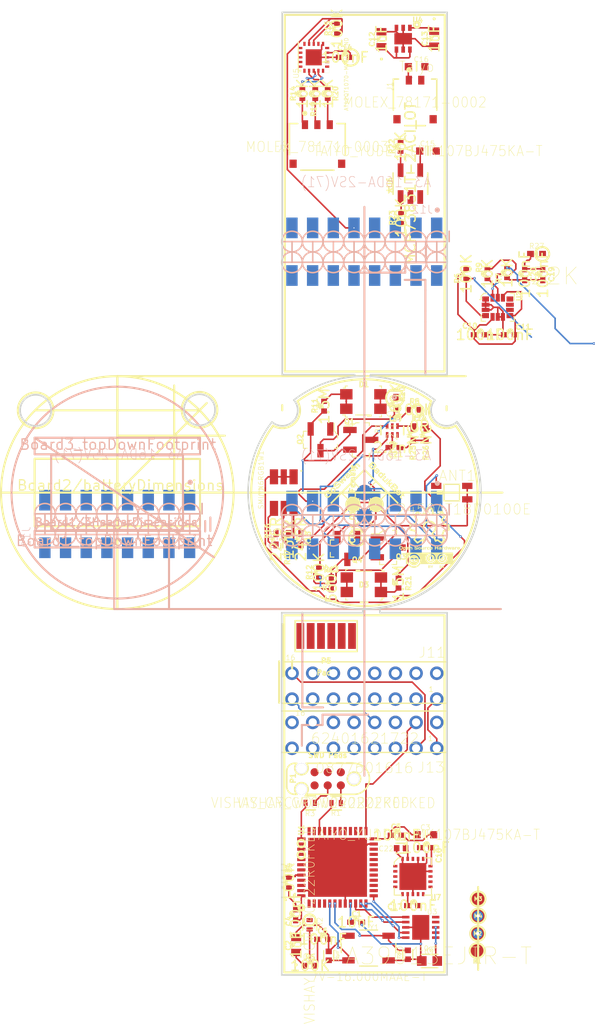
<source format=kicad_pcb>
(kicad_pcb (version 20171130) (host pcbnew "(5.0.0-3-g0214c9d)")
  (title_block (title BadukBot_PCB) (date 2018-10-25) (rev 0.1.0) (comment 1 "Licensed CC-BY-SA 4.0 By Caleb Cover") (comment 2 https://github.com/supersurfer92/SwarmUI-BadukBots))
  (layers (0 F.Cu signal) (1 In1.Cu signal) (2 In2.Cu signal) (31 B.Cu signal) (34 B.Paste user) (35 F.Paste user) (36 B.SilkS user) (37 F.SilkS user) (38 B.Mask user) (39 F.Mask user) (44 Edge.Cuts user))
  (net 0 "")
  (net 1 "Net-(ANT1-Pad1)")
  (net 2 "Net-(B1-Pad1)")
  (net 3 "Net-(B1-Pad6)")
  (net 4 MCU_X1_16MHZ)
  (net 5 MCU_X2_16MHZ)
  (net 6 "Net-(C22-Pad1)")
  (net 7 "Net-(D1-PadA)")
  (net 8 "Net-(D2-Pad6)")
  (net 9 "Net-(D2-Pad4)")
  (net 10 "Net-(D2-Pad5)")
  (net 11 "Net-(D3-PadA)")
  (net 12 "Net-(J1-Pad3)")
  (net 13 "Net-(J1-Pad4)")
  (net 14 "Net-(J2-Pad5)")
  (net 15 "Net-(J2-Pad4)")
  (net 16 "Net-(J2-Pad1)")
  (net 17 "Net-(J2-Pad2)")
  (net 18 "Net-(J2-Pad3)")
  (net 19 "Net-(Q1-Pad1)")
  (net 20 "Net-(Q3-Pad1)")
  (net 21 "Net-(P1-Pad2)")
  (net 22 SWDIO)
  (net 23 NRST)
  (net 24 "Net-(P1-Pad3)")
  (net 25 "Net-(P1-Pad4)")
  (net 26 SWCLK)
  (net 27 "Net-(R27-Pad2)")
  (net 28 "Net-(U1-Pad2)")
  (net 29 "Net-(U1-Pad3)")
  (net 30 "Net-(U1-Pad4)")
  (net 31 NSRT)
  (net 32 MOTOR_CONTROL1)
  (net 33 MOTOR_CONTROL2)
  (net 34 MOTOR_CONTROL3)
  (net 35 MOTOR_CONTROL4)
  (net 36 CSN)
  (net 37 SCK)
  (net 38 MISO)
  (net 39 MOSI)
  (net 40 RADIO_CE)
  (net 41 "Net-(U1-Pad27)")
  (net 42 "Net-(U1-Pad28)")
  (net 43 RADIO_CLK)
  (net 44 "Net-(U1-Pad33)")
  (net 45 "Net-(U1-Pad35)")
  (net 46 "Net-(U1-Pad36)")
  (net 47 RADIO_IRQ)
  (net 48 "Net-(U1-Pad39)")
  (net 49 "Net-(R4-Pad1)")
  (net 50 "Net-(U1-Pad45)")
  (net 51 "Net-(U7-Pad9)")
  (net 52 "Net-(R14-Pad1)")
  (net 53 "Net-(R19-Pad1)")
  (net 54 "Net-(R20-Pad1)")
  (net 55 "Net-(U2-Pad11)")
  (net 56 "Net-(U2-Pad10)")
  (net 57 "Net-(R22-Pad2)")
  (net 58 "Net-(U5-Pad6)")
  (net 59 "Net-(U5-Pad10)")
  (net 60 "Net-(U5-Pad20)")
  (net 61 "Net-(U5-Pad16)")
  (net 62 "Net-(U5-Pad1)")
  (net 63 "Net-(U5-Pad5)")
  (net 64 "Net-(U5-Pad19)")
  (net 65 "Net-(U5-Pad17)")
  (net 66 "Net-(U5-Pad18)")
  (net 67 "Net-(U5-Pad7)")
  (net 68 15a_GND2)
  (net 69 13a_ANT2)
  (net 70 12a_ANT1)
  (net 71 14a_VDD_PA)
  (net 72 1a_3.3v)
  (net 73 22a_VBAT)
  (net 74 15a_P4-1)
  (net 75 3a_PHOTODIODE1)
  (net 76 5a_RGBLED1)
  (net 77 7a_RGBLED3)
  (net 78 4a_PHOTODIODE2)
  (net 79 6a_RGBLED2)
  (net 80 15b_P4-1)
  (net 81 14b_VDD_PA)
  (net 82 13b_ANT2)
  (net 83 12b_ANT1)
  (net 84 11b_SCL)
  (net 85 10b_SDA)
  (net 86 9b_IO2)
  (net 87 7b_RGBLED3)
  (net 88 8b_IO1)
  (net 89 5b_RGBLED1)
  (net 90 6b_RGBLED2)
  (net 91 4b_PHOTODIODE2)
  (net 92 3b_PHOTODIODE1)
  (net 93 ~29a_TOUCH_CHG~)
  (net 94 27a_CHARGING)
  (net 95 26a_SCL)
  (net 96 25a_SDA)
  (net 97 24a_IMU_INT)
  (net 98 22b_VBAT)
  (net 99 24b_IMU_INT)
  (net 100 27b_CHARGING)
  (net 101 ~29b_TOUCH_CHG~)
  (net 102 21a_3.3v)
  (net 103 28a_P4-1)
  (net 104 2a_GND)
  (net 105 1b_3.3v)
  (net 106 "Net-(J12-Pad10)")
  (net 107 "Net-(J13-Pad10)")
  (net 108 2b_GND)
  (net 109 "Net-(J10-Pad16)")
  (net 110 "Net-(J11-Pad2)")
  (net 111 "Net-(J12-Pad16)")
  (net 112 "Net-(J12-Pad14)")
  (net 113 "Net-(J12-Pad12)")
  (net 114 "Net-(J12-Pad15)")
  (net 115 "Net-(J12-Pad13)")
  (net 116 "Net-(J12-Pad11)")
  (net 117 "Net-(J13-Pad11)")
  (net 118 "Net-(J13-Pad12)")
  (net 119 "Net-(J13-Pad13)")
  (net 120 "Net-(J13-Pad14)")
  (net 121 "Net-(J13-Pad15)")
  (net 122 "Net-(J13-Pad16)")
  (net 123 "Net-(M3-Pad1)")
  (net 124 "Net-(M4-Pad1)")
  (net 125 "Net-(M2-Pad1)")
  (net 126 "Net-(M1-Pad1)")
  (net 127 "Net-(P1-Pad6)")
  (net 128 "Net-(J11-Pad8)")
  (net 129 "Net-(J11-Pad9)")
  (net 130 "Net-(J11-Pad10)")
  (net 131 "Net-(J11-Pad11)")
  (net 132 "Net-(J10-Pad10)")
  (net 133 "Net-(J10-Pad8)")
  (net 134 "Net-(J10-Pad11)")
  (net 135 "Net-(J10-Pad9)")
  (net 136 "Net-(R16-Pad1)")
  (net 137 "Net-(R17-Pad1)")
  (net 138 "Net-(R18-Pad1)")
  (module library:ExternalPort (layer F.Cu) (at 106.25 128.8)
    (fp_text reference P5 (at 0 2.4) (layer F.SilkS) (effects (font (size 0.5 0.5) (thickness 0.125))))
    (fp_text value Pads (at 0 3.55) (layer F.SilkS) (effects (font (size 0.5 0.5) (thickness 0.125))))
    (pad 6 smd rect (at 2.5 0) (size 0.75 2.5) (layers F.Cu F.Paste F.Mask) (net 108 2b_GND))
    (pad 5 smd rect (at 1.5 0) (size 0.75 2.5) (layers F.Cu F.Paste F.Mask) (net 84 11b_SCL))
    (pad 4 smd rect (at 0.5 0) (size 0.75 2.5) (layers F.Cu F.Paste F.Mask) (net 85 10b_SDA))
    (pad 3 smd rect (at -0.5 0) (size 0.75 2.5) (layers F.Cu F.Paste F.Mask) (net 86 9b_IO2))
    (pad 2 smd rect (at -1.5 0) (size 0.75 2.5) (layers F.Cu F.Paste F.Mask) (net 88 8b_IO1))
    (pad 1 smd rect (at -2.5 0) (size 0.75 2.5) (layers F.Cu F.Paste F.Mask) (net 105 1b_3.3v))
  )
  (module Connector_DIN:Conn_01x02_Female (layer F.Cu) (at 109.95 116.05 90)
    (fp_text reference P4 (at -0.05 0.05 90) (layer F.SilkS) (effects (font (size 0.127 0.127) (thickness 0.03175))))
    (fp_text value Conn_01x02_Female (at 0 -1.15 90) (layer F.SilkS) (effects (font (size 0.5 0.5) (thickness 0.125))))
    (pad 1 smd circle (at -1.15 0 90) (size 1.524 1.524) (layers F.Cu F.Paste F.Mask) (net 74 15a_P4-1))
    (pad 2 smd circle (at 1.1 0 90) (size 1.524 1.524) (layers F.Cu F.Paste F.Mask) (net 104 2a_GND))
  )
  (module A13:A13 (layer B.Cu) (at 109.95 91.05)
    (fp_text reference J12 (at 5.6 -3.45) (layer B.SilkS) (effects (font (size 0.787402 0.787402) (thickness 0.05)) (justify mirror)))
    (fp_text value "A3-16DA-2SV(71)" (at 0.15 -6.1) (layer B.SilkS) (effects (font (size 1 0.9) (thickness 0.05)) (justify mirror)))
    (pad 16 smd rect (at -7.008176 2.927607) (size 1.1 2) (layers B.Cu B.Paste B.Mask) (net 111 "Net-(J12-Pad16)"))
    (pad 14 smd rect (at -5.008176 2.927607) (size 1.1 2) (layers B.Cu B.Paste B.Mask) (net 112 "Net-(J12-Pad14)"))
    (pad 12 smd rect (at -3.008176 2.927607) (size 1.1 2) (layers B.Cu B.Paste B.Mask) (net 113 "Net-(J12-Pad12)"))
    (pad 10 smd rect (at -1.008176 2.927607) (size 1.1 2) (layers B.Cu B.Paste B.Mask) (net 106 "Net-(J12-Pad10)"))
    (pad 8 smd rect (at 0.991824 2.927607) (size 1.1 2) (layers B.Cu B.Paste B.Mask) (net 103 28a_P4-1))
    (pad 6 smd rect (at 2.991824 2.927607) (size 1.1 2) (layers B.Cu B.Paste B.Mask) (net 95 26a_SCL))
    (pad 4 smd rect (at 4.991824 2.927607) (size 1.1 2) (layers B.Cu B.Paste B.Mask) (net 97 24a_IMU_INT))
    (pad 2 smd rect (at 6.991824 2.927607) (size 1.1 2) (layers B.Cu B.Paste B.Mask) (net 102 21a_3.3v))
    (pad 15 smd rect (at -7.008176 -1.672393) (size 1.1 2) (layers B.Cu B.Paste B.Mask) (net 114 "Net-(J12-Pad15)"))
    (pad 13 smd rect (at -5.008176 -1.672393) (size 1.1 2) (layers B.Cu B.Paste B.Mask) (net 115 "Net-(J12-Pad13)"))
    (pad 11 smd rect (at -3.008176 -1.672393) (size 1.1 2) (layers B.Cu B.Paste B.Mask) (net 116 "Net-(J12-Pad11)"))
    (pad 9 smd rect (at -1.008176 -1.672393) (size 1.1 2) (layers B.Cu B.Paste B.Mask) (net 93 ~29a_TOUCH_CHG~))
    (pad 7 smd rect (at 0.991824 -1.672393) (size 1.1 2) (layers B.Cu B.Paste B.Mask) (net 94 27a_CHARGING))
    (pad 5 smd rect (at 2.991824 -1.672393) (size 1.1 2) (layers B.Cu B.Paste B.Mask) (net 96 25a_SDA))
    (pad 3 smd rect (at 4.991824 -1.672393) (size 1.1 2) (layers B.Cu B.Paste B.Mask) (net 73 22a_VBAT))
    (pad 1 smd rect (at 6.991824 -1.672393) (size 1.1 2) (layers B.Cu B.Paste B.Mask) (net 102 21a_3.3v))
  )
  (module A13:A13 (layer B.Cu) (at 109.95 117.45)
    (fp_text reference J10 (at -8.8 1.9 -90) (layer B.SilkS) (effects (font (size 0.787402 0.787402) (thickness 0.05)) (justify mirror)))
    (fp_text value "A3-16DA-2SV(71)" (at 0.15 -6.1) (layer B.SilkS) (effects (font (size 1 0.9) (thickness 0.05)) (justify mirror)))
    (pad 16 smd rect (at -7.008176 2.927607) (size 1.1 2) (layers B.Cu B.Paste B.Mask) (net 109 "Net-(J10-Pad16)"))
    (pad 14 smd rect (at -5.008176 2.927607) (size 1.1 2) (layers B.Cu B.Paste B.Mask) (net 71 14a_VDD_PA))
    (pad 12 smd rect (at -3.008176 2.927607) (size 1.1 2) (layers B.Cu B.Paste B.Mask) (net 70 12a_ANT1))
    (pad 10 smd rect (at -1.008176 2.927607) (size 1.1 2) (layers B.Cu B.Paste B.Mask) (net 132 "Net-(J10-Pad10)"))
    (pad 8 smd rect (at 0.991824 2.927607) (size 1.1 2) (layers B.Cu B.Paste B.Mask) (net 133 "Net-(J10-Pad8)"))
    (pad 6 smd rect (at 2.991824 2.927607) (size 1.1 2) (layers B.Cu B.Paste B.Mask) (net 79 6a_RGBLED2))
    (pad 4 smd rect (at 4.991824 2.927607) (size 1.1 2) (layers B.Cu B.Paste B.Mask) (net 78 4a_PHOTODIODE2))
    (pad 2 smd rect (at 6.991824 2.927607) (size 1.1 2) (layers B.Cu B.Paste B.Mask) (net 104 2a_GND))
    (pad 15 smd rect (at -7.008176 -1.672393) (size 1.1 2) (layers B.Cu B.Paste B.Mask) (net 74 15a_P4-1))
    (pad 13 smd rect (at -5.008176 -1.672393) (size 1.1 2) (layers B.Cu B.Paste B.Mask) (net 69 13a_ANT2))
    (pad 11 smd rect (at -3.008176 -1.672393) (size 1.1 2) (layers B.Cu B.Paste B.Mask) (net 134 "Net-(J10-Pad11)"))
    (pad 9 smd rect (at -1.008176 -1.672393) (size 1.1 2) (layers B.Cu B.Paste B.Mask) (net 135 "Net-(J10-Pad9)"))
    (pad 7 smd rect (at 0.991824 -1.672393) (size 1.1 2) (layers B.Cu B.Paste B.Mask) (net 77 7a_RGBLED3))
    (pad 5 smd rect (at 2.991824 -1.672393) (size 1.1 2) (layers B.Cu B.Paste B.Mask) (net 76 5a_RGBLED1))
    (pad 3 smd rect (at 4.991824 -1.672393) (size 1.1 2) (layers B.Cu B.Paste B.Mask) (net 75 3a_PHOTODIODE1))
    (pad 1 smd rect (at 6.991824 -1.672393) (size 1.1 2) (layers B.Cu B.Paste B.Mask) (net 72 1a_3.3v))
  )
  (module A13:A13 (layer B.Cu) (at 86.05 117.35)
    (fp_text reference J12 (at -8.8 1.9 -90) (layer B.SilkS) (effects (font (size 0.787402 0.787402) (thickness 0.05)) (justify mirror)))
    (fp_text value "A3-16DA-2SV(71)" (at 0.15 -6.1) (layer B.SilkS) (effects (font (size 1 0.9) (thickness 0.05)) (justify mirror)))
    (pad 16 smd rect (at -7.008176 2.927607) (size 1.1 2) (layers B.Cu B.Paste B.Mask))
    (pad 14 smd rect (at -5.008176 2.927607) (size 1.1 2) (layers B.Cu B.Paste B.Mask))
    (pad 12 smd rect (at -3.008176 2.927607) (size 1.1 2) (layers B.Cu B.Paste B.Mask))
    (pad 10 smd rect (at -1.008176 2.927607) (size 1.1 2) (layers B.Cu B.Paste B.Mask))
    (pad 8 smd rect (at 0.991824 2.927607) (size 1.1 2) (layers B.Cu B.Paste B.Mask))
    (pad 6 smd rect (at 2.991824 2.927607) (size 1.1 2) (layers B.Cu B.Paste B.Mask))
    (pad 4 smd rect (at 4.991824 2.927607) (size 1.1 2) (layers B.Cu B.Paste B.Mask))
    (pad 2 smd rect (at 6.991824 2.927607) (size 1.1 2) (layers B.Cu B.Paste B.Mask))
    (pad 15 smd rect (at -7.008176 -1.672393) (size 1.1 2) (layers B.Cu B.Paste B.Mask))
    (pad 13 smd rect (at -5.008176 -1.672393) (size 1.1 2) (layers B.Cu B.Paste B.Mask))
    (pad 11 smd rect (at -3.008176 -1.672393) (size 1.1 2) (layers B.Cu B.Paste B.Mask))
    (pad 9 smd rect (at -1.008176 -1.672393) (size 1.1 2) (layers B.Cu B.Paste B.Mask))
    (pad 7 smd rect (at 0.991824 -1.672393) (size 1.1 2) (layers B.Cu B.Paste B.Mask))
    (pad 5 smd rect (at 2.991824 -1.672393) (size 1.1 2) (layers B.Cu B.Paste B.Mask))
    (pad 3 smd rect (at 4.991824 -1.672393) (size 1.1 2) (layers B.Cu B.Paste B.Mask))
    (pad 1 smd rect (at 6.991824 -1.672393) (size 1.1 2) (layers B.Cu B.Paste B.Mask))
  )
  (module 16pos_2mm_RA:0877601616 (layer F.Cu) (at 109.95 138.4)
    (fp_text reference J13 (at 6.45 3.1) (layer F.SilkS) (effects (font (thickness 0.05))))
    (fp_text value 0877601616 (at 0 3.15) (layer F.SilkS) (effects (font (thickness 0.05))))
    (fp_text user 1 (at 6.4 0.3) (layer F.SilkS) (effects (font (size 0.5 0.5) (thickness 0.05))))
    (fp_text user 16 (at -6.2 -2.15) (layer F.SilkS) (effects (font (size 0.5 0.5) (thickness 0.05))))
    (fp_text user 1 (at 6.4 0.3) (layer F.SilkS) (effects (font (size 0.5 0.5) (thickness 0.05))))
    (pad 1 thru_hole circle (at 7 1.25 180) (size 1.308 1.308) (drill 0.8) (layers *.Cu *.Mask) (net 105 1b_3.3v))
    (pad 2 thru_hole circle (at 7 -1.25 180) (size 1.308 1.308) (drill 0.8) (layers *.Cu *.Mask) (net 98 22b_VBAT))
    (pad 3 thru_hole circle (at 5 1.25 180) (size 1.308 1.308) (drill 0.8) (layers *.Cu *.Mask) (net 108 2b_GND))
    (pad 4 thru_hole circle (at 5 -1.25 180) (size 1.308 1.308) (drill 0.8) (layers *.Cu *.Mask) (net 99 24b_IMU_INT))
    (pad 6 thru_hole circle (at 3 -1.25 180) (size 1.308 1.308) (drill 0.8) (layers *.Cu *.Mask) (net 84 11b_SCL))
    (pad 5 thru_hole circle (at 3 1.25 180) (size 1.308 1.308) (drill 0.8) (layers *.Cu *.Mask) (net 85 10b_SDA))
    (pad 8 thru_hole circle (at 1 -1.25 180) (size 1.308 1.308) (drill 0.8) (layers *.Cu *.Mask) (net 80 15b_P4-1))
    (pad 7 thru_hole circle (at 1 1.25 180) (size 1.308 1.308) (drill 0.8) (layers *.Cu *.Mask) (net 100 27b_CHARGING))
    (pad 9 thru_hole circle (at -1 1.25 180) (size 1.308 1.308) (drill 0.8) (layers *.Cu *.Mask) (net 101 ~29b_TOUCH_CHG~))
    (pad 10 thru_hole circle (at -1 -1.25 180) (size 1.308 1.308) (drill 0.8) (layers *.Cu *.Mask) (net 107 "Net-(J13-Pad10)"))
    (pad 11 thru_hole circle (at -3 1.25 180) (size 1.308 1.308) (drill 0.8) (layers *.Cu *.Mask) (net 117 "Net-(J13-Pad11)"))
    (pad 12 thru_hole circle (at -3 -1.25 180) (size 1.308 1.308) (drill 0.8) (layers *.Cu *.Mask) (net 118 "Net-(J13-Pad12)"))
    (pad 13 thru_hole circle (at -5 1.25 180) (size 1.308 1.308) (drill 0.8) (layers *.Cu *.Mask) (net 119 "Net-(J13-Pad13)"))
    (pad 14 thru_hole circle (at -5 -1.25 180) (size 1.308 1.308) (drill 0.8) (layers *.Cu *.Mask) (net 120 "Net-(J13-Pad14)"))
    (pad 15 thru_hole circle (at -7 1.25 180) (size 1.308 1.308) (drill 0.8) (layers *.Cu *.Mask) (net 121 "Net-(J13-Pad15)"))
    (pad 16 thru_hole circle (at -7 -1.25 180) (size 1.308 1.308) (drill 0.8) (layers *.Cu *.Mask) (net 122 "Net-(J13-Pad16)"))
  )
  (module 100nf:C0402C104K4RACTU (layer F.Cu) (at 105.95 158.1)
    (fp_text reference C6 (at -0.05 -0.8) (layer F.SilkS) (effects (font (size 0.5 0.5) (thickness 0.125))))
    (fp_text value 100nF (at 0 0) (layer F.SilkS))
    (fp_text user * (at 0 0) (layer F.SilkS))
    (pad 2 smd rect (at 0.5334 0) (size 0.6604 0.508) (layers F.Cu F.Paste F.Mask) (net 108 2b_GND))
    (pad 1 smd rect (at -0.5334 0) (size 0.6604 0.508) (layers F.Cu F.Paste F.Mask) (net 23 NRST))
  )
  (module 2450AT18D0100E:DFN320X160X120-4RN (layer F.Cu) (at 118.4 114.95)
    (fp_text reference ANT1 (at 0.54 -1.635) (layer F.SilkS) (effects (font (thickness 0.05))))
    (fp_text value 2450AT18D0100E (at 1.175 1.615) (layer F.SilkS) (effects (font (thickness 0.05))))
    (pad 2 smd rect (at 1.5 0.65) (size 1 0.6) (layers F.Cu F.Paste F.Mask) (net 104 2a_GND))
    (pad 3 smd rect (at 1.5 -0.65) (size 1 0.6) (layers F.Cu F.Paste F.Mask) (net 104 2a_GND))
    (pad 4 smd rect (at -1.5 -0.65) (size 1 0.6) (layers F.Cu F.Paste F.Mask) (net 104 2a_GND))
    (pad 1 smd rect (at -1.5 0.65) (size 1 0.6) (layers F.Cu F.Paste F.Mask) (net 1 "Net-(ANT1-Pad1)"))
  )
  (module vq:VQFN_20PAD (layer F.Cu) (at 105.05 72.9 90)
    (fp_text reference U5 (at -1.55 -1.7 90) (layer F.SilkS) (effects (font (size 0.5 0.5) (thickness 0.05))))
    (fp_text value AT42QT1070-MMHCT-ND (at -1.63183 3.15614 90) (layer F.SilkS) (effects (font (size 0.377296 0.377296) (thickness 0.05))))
    (pad 13 smd rect (at 1.3 0 270) (size 0.4 0.22) (layers F.Cu F.Paste F.Mask) (net 102 21a_3.3v))
    (pad 12 smd rect (at 1.3 0.45 270) (size 0.4 0.22) (layers F.Cu F.Paste F.Mask) (net 96 25a_SDA))
    (pad 14 smd rect (at 1.3 -0.45 270) (size 0.4 0.22) (layers F.Cu F.Paste F.Mask) (net 93 ~29a_TOUCH_CHG~))
    (pad 3 smd rect (at -1.3 0 270) (size 0.4 0.22) (layers F.Cu F.Paste F.Mask) (net 53 "Net-(R19-Pad1)"))
    (pad 4 smd rect (at -1.3 0.45 270) (size 0.4 0.22) (layers F.Cu F.Paste F.Mask) (net 52 "Net-(R14-Pad1)"))
    (pad 2 smd rect (at -1.3 -0.45 270) (size 0.4 0.22) (layers F.Cu F.Paste F.Mask) (net 54 "Net-(R20-Pad1)"))
    (pad 8 smd rect (at 0 1.3) (size 0.4 0.22) (layers F.Cu F.Paste F.Mask) (net 102 21a_3.3v))
    (pad 9 smd rect (at 0.45 1.3) (size 0.4 0.22) (layers F.Cu F.Paste F.Mask) (net 102 21a_3.3v))
    (pad 7 smd rect (at -0.45 1.3) (size 0.4 0.22) (layers F.Cu F.Paste F.Mask) (net 67 "Net-(U5-Pad7)"))
    (pad 18 smd rect (at 0 -1.3) (size 0.4 0.22) (layers F.Cu F.Paste F.Mask) (net 66 "Net-(U5-Pad18)"))
    (pad 17 smd rect (at 0.45 -1.3) (size 0.4 0.22) (layers F.Cu F.Paste F.Mask) (net 65 "Net-(U5-Pad17)"))
    (pad 19 smd rect (at -0.45 -1.3) (size 0.4 0.22) (layers F.Cu F.Paste F.Mask) (net 64 "Net-(U5-Pad19)"))
    (pad 11 smd rect (at 1.3 0.9 270) (size 0.4 0.22) (layers F.Cu F.Paste F.Mask) (net 102 21a_3.3v))
    (pad 5 smd rect (at -1.3 0.9 270) (size 0.4 0.22) (layers F.Cu F.Paste F.Mask) (net 63 "Net-(U5-Pad5)"))
    (pad 15 smd rect (at 1.3 -0.9 270) (size 0.4 0.22) (layers F.Cu F.Paste F.Mask) (net 95 26a_SCL))
    (pad 1 smd rect (at -1.3 -0.9 270) (size 0.4 0.22) (layers F.Cu F.Paste F.Mask) (net 62 "Net-(U5-Pad1)"))
    (pad 16 smd rect (at 0.9 -1.3) (size 0.4 0.22) (layers F.Cu F.Paste F.Mask) (net 61 "Net-(U5-Pad16)"))
    (pad 20 smd rect (at -0.9 -1.3) (size 0.4 0.22) (layers F.Cu F.Paste F.Mask) (net 60 "Net-(U5-Pad20)"))
    (pad 10 smd rect (at 0.9 1.3) (size 0.4 0.22) (layers F.Cu F.Paste F.Mask) (net 59 "Net-(U5-Pad10)"))
    (pad 6 smd rect (at -0.9 1.3) (size 0.4 0.22) (layers F.Cu F.Paste F.Mask) (net 58 "Net-(U5-Pad6)"))
    (pad 44 smd rect (at 0 0 270) (size 1.55 1.55) (layers F.Cu F.Paste F.Mask) (net 102 21a_3.3v))
  )
  (module 16pos_2mm_RA:0877601616 (layer F.Cu) (at 109.95 133.65)
    (fp_text reference J11 (at 6.55 -3.25) (layer F.SilkS) (effects (font (thickness 0.05))))
    (fp_text value 62401621722 (at 0.05 5.05) (layer F.SilkS) (effects (font (thickness 0.05))))
    (fp_text user 1 (at 6.45 0.3) (layer F.SilkS) (effects (font (size 0.5 0.5) (thickness 0.05))))
    (fp_text user 16 (at -7.15 -2.75) (layer F.SilkS) (effects (font (size 0.5 0.5) (thickness 0.05))))
    (fp_text user 1 (at 6.45 0.3) (layer F.SilkS) (effects (font (size 0.5 0.5) (thickness 0.05))))
    (pad 1 thru_hole circle (at 7 1.25 180) (size 1.308 1.308) (drill 0.8) (layers *.Cu *.Mask) (net 105 1b_3.3v))
    (pad 2 thru_hole circle (at 7 -1.25 180) (size 1.308 1.308) (drill 0.8) (layers *.Cu *.Mask) (net 110 "Net-(J11-Pad2)"))
    (pad 3 thru_hole circle (at 5 1.25 180) (size 1.308 1.308) (drill 0.8) (layers *.Cu *.Mask) (net 92 3b_PHOTODIODE1))
    (pad 4 thru_hole circle (at 5 -1.25 180) (size 1.308 1.308) (drill 0.8) (layers *.Cu *.Mask) (net 91 4b_PHOTODIODE2))
    (pad 6 thru_hole circle (at 3 -1.25 180) (size 1.308 1.308) (drill 0.8) (layers *.Cu *.Mask) (net 90 6b_RGBLED2))
    (pad 5 thru_hole circle (at 3 1.25 180) (size 1.308 1.308) (drill 0.8) (layers *.Cu *.Mask) (net 89 5b_RGBLED1))
    (pad 8 thru_hole circle (at 1 -1.25 180) (size 1.308 1.308) (drill 0.8) (layers *.Cu *.Mask) (net 128 "Net-(J11-Pad8)"))
    (pad 7 thru_hole circle (at 1 1.25 180) (size 1.308 1.308) (drill 0.8) (layers *.Cu *.Mask) (net 87 7b_RGBLED3))
    (pad 9 thru_hole circle (at -1 1.25 180) (size 1.308 1.308) (drill 0.8) (layers *.Cu *.Mask) (net 129 "Net-(J11-Pad9)"))
    (pad 10 thru_hole circle (at -1 -1.25 180) (size 1.308 1.308) (drill 0.8) (layers *.Cu *.Mask) (net 130 "Net-(J11-Pad10)"))
    (pad 11 thru_hole circle (at -3 1.25 180) (size 1.308 1.308) (drill 0.8) (layers *.Cu *.Mask) (net 131 "Net-(J11-Pad11)"))
    (pad 12 thru_hole circle (at -3 -1.25 180) (size 1.308 1.308) (drill 0.8) (layers *.Cu *.Mask) (net 83 12b_ANT1))
    (pad 13 thru_hole circle (at -5 1.25 180) (size 1.308 1.308) (drill 0.8) (layers *.Cu *.Mask) (net 82 13b_ANT2))
    (pad 14 thru_hole circle (at -5 -1.25 180) (size 1.308 1.308) (drill 0.8) (layers *.Cu *.Mask) (net 81 14b_VDD_PA))
    (pad 15 thru_hole circle (at -7 1.25 180) (size 1.308 1.308) (drill 0.8) (layers *.Cu *.Mask) (net 80 15b_P4-1))
    (pad 16 thru_hole circle (at -7 -1.25 180) (size 1.308 1.308) (drill 0.8) (layers *.Cu *.Mask) (net 108 2b_GND))
  )
  (module 10uF:CAPC1608X9N (layer F.Cu) (at 116.25 160.2 180)
    (fp_text reference C9 (at 0.05 0.9 180) (layer F.SilkS) (effects (font (size 0.480732 0.480732) (thickness 0.05))))
    (fp_text value 10uF (at 0.12711 1.22026 180) (layer F.SilkS) (effects (font (size 0.480416 0.480416) (thickness 0.05))))
    (pad 2 smd rect (at 0.75 0 180) (size 0.93 0.93) (layers F.Cu F.Paste F.Mask) (net 108 2b_GND))
    (pad 1 smd rect (at -0.75 0 180) (size 0.93 0.93) (layers F.Cu F.Paste F.Mask) (net 105 1b_3.3v))
  )
  (module 1uF:0603ZD105KAT2A (layer F.Cu) (at 111.6 71.15 90)
    (fp_text reference C12 (at 0 -0.9 90) (layer F.SilkS) (effects (font (size 0.5 0.5) (thickness 0.125))))
    (fp_text value 1uF (at 0 0 90) (layer F.SilkS))
    (fp_text user * (at 0 0 90) (layer F.SilkS))
    (pad 2 smd rect (at 0.7239 0 90) (size 0.7112 0.9652) (layers F.Cu F.Paste F.Mask) (net 102 21a_3.3v))
    (pad 1 smd rect (at -0.7239 0 90) (size 0.7112 0.9652) (layers F.Cu F.Paste F.Mask) (net 73 22a_VBAT))
  )
  (module 1uF:0603ZD105KAT2A (layer F.Cu) (at 103.35 158.65 90)
    (fp_text reference C2 (at -0.05 -0.75 90) (layer F.SilkS) (effects (font (size 0.5 0.5) (thickness 0.125))))
    (fp_text value 1uF (at 0 0 90) (layer F.SilkS))
    (fp_text user * (at 0 0 90) (layer F.SilkS))
    (pad 2 smd rect (at 0.7239 0 90) (size 0.7112 0.9652) (layers F.Cu F.Paste F.Mask) (net 108 2b_GND))
    (pad 1 smd rect (at -0.7239 0 90) (size 0.7112 0.9652) (layers F.Cu F.Paste F.Mask) (net 105 1b_3.3v))
  )
  (module 1uF:0603ZD105KAT2A (layer F.Cu) (at 116.7 71.1 270)
    (fp_text reference C13 (at 0 0.9 270) (layer F.SilkS) (effects (font (size 0.5 0.5) (thickness 0.125))))
    (fp_text value 1uF (at 0 0 270) (layer F.SilkS))
    (fp_text user * (at 0 0 270) (layer F.SilkS))
    (pad 2 smd rect (at 0.7239 0 270) (size 0.7112 0.9652) (layers F.Cu F.Paste F.Mask) (net 102 21a_3.3v))
    (pad 1 smd rect (at -0.7239 0 270) (size 0.7112 0.9652) (layers F.Cu F.Paste F.Mask) (net 102 21a_3.3v))
  )
  (module 33nF:CAPC1005X55N (layer F.Cu) (at 113.5 149.3 180)
    (fp_text reference C22 (at 1.45 -0.05 180) (layer F.SilkS) (effects (font (size 0.5 0.5) (thickness 0.05))))
    (fp_text value 33nF (at -0.038286 0.854076 180) (layer F.SilkS) (effects (font (size 0.241833 0.241833) (thickness 0.05))))
    (pad 2 smd rect (at 0.43 0 270) (size 0.6 0.54) (layers F.Cu F.Paste F.Mask) (net 108 2b_GND))
    (pad 1 smd rect (at -0.43 0 270) (size 0.6 0.54) (layers F.Cu F.Paste F.Mask) (net 6 "Net-(C22-Pad1)"))
  )
  (module JOHANSON_2450BM14A0002T:JOHANSON_2450BM14A0002T_0 (layer F.Cu) (at 112.65 108.95 270)
    (fp_text reference B1 (at -0.2 1.4 270) (layer F.SilkS) (effects (font (size 0.5 0.5) (thickness 0.05))))
    (fp_text value nrf24l01 (at 0 0 270) (layer F.SilkS) (effects (font (size 1 0.9) (thickness 0.05))))
    (pad 6 smd rect (at 0.425 -0.5 270) (size 0.55 0.25) (layers F.Cu F.Paste F.Mask) (net 3 "Net-(B1-Pad6)"))
    (pad 5 smd rect (at 0.425 0 270) (size 0.55 0.25) (layers F.Cu F.Paste F.Mask) (net 71 14a_VDD_PA))
    (pad 4 smd rect (at 0.425 0.5 270) (size 0.55 0.25) (layers F.Cu F.Paste F.Mask) (net 70 12a_ANT1))
    (pad 3 smd rect (at -0.425 0.5 270) (size 0.55 0.25) (layers F.Cu F.Paste F.Mask) (net 69 13a_ANT2))
    (pad 2 smd rect (at -0.425 0 270) (size 0.55 0.25) (layers F.Cu F.Paste F.Mask) (net 104 2a_GND))
    (pad 1 smd rect (at -0.425 -0.5 270) (size 0.55 0.25) (layers F.Cu F.Paste F.Mask) (net 2 "Net-(B1-Pad1)"))
  )
  (module 22pf_GRM1555C1H220JA01D:CAPC1005X55N (layer F.Cu) (at 106.5 159.7 90)
    (fp_text reference C7 (at 0.15 0.75 90) (layer F.SilkS) (effects (font (size 0.5 0.5) (thickness 0.05))))
    (fp_text value 22pF (at -0.038151 0.851042 90) (layer F.SilkS) (effects (font (size 0.240973 0.240973) (thickness 0.05))))
    (pad 2 smd rect (at 0.43 0 180) (size 0.6 0.54) (layers F.Cu F.Paste F.Mask) (net 108 2b_GND))
    (pad 1 smd rect (at -0.43 0 180) (size 0.6 0.54) (layers F.Cu F.Paste F.Mask) (net 4 MCU_X1_16MHZ))
  )
  (module 22pf_GRM1555C1H220JA01D:CAPC1005X55N (layer F.Cu) (at 114.15 159.6 270)
    (fp_text reference C8 (at 0.05 0.75 270) (layer F.SilkS) (effects (font (size 0.5 0.5) (thickness 0.05))))
    (fp_text value 22pF (at -0.038151 0.851042 270) (layer F.SilkS) (effects (font (size 0.240973 0.240973) (thickness 0.05))))
    (pad 2 smd rect (at 0.43 0) (size 0.6 0.54) (layers F.Cu F.Paste F.Mask) (net 108 2b_GND))
    (pad 1 smd rect (at -0.43 0) (size 0.6 0.54) (layers F.Cu F.Paste F.Mask) (net 5 MCU_X2_16MHZ))
  )
  (module TAIYO_YUDEN_LMK107BJ475KA-T:TAIYO_YUDEN_LMK107BJ475KA-T_0 (layer F.Cu) (at 115.85 148)
    (fp_text reference C3 (at 0 -0.7) (layer F.SilkS) (effects (font (size 0.5 0.5) (thickness 0.05))))
    (fp_text value TAIYO_YUDEN_LMK107BJ475KA-T (at 0 0) (layer F.SilkS) (effects (font (size 1 0.9) (thickness 0.05))))
    (pad 2 smd rect (at 0.8 0) (size 0.7 0.7) (layers F.Cu F.Paste F.Mask) (net 108 2b_GND))
    (pad 1 smd rect (at -0.8 0) (size 0.7 0.7) (layers F.Cu F.Paste F.Mask) (net 105 1b_3.3v))
  )
  (module TAIYO_YUDEN_LMK107BJ475KA-T:TAIYO_YUDEN_LMK107BJ475KA-T_0 (layer F.Cu) (at 116.1 81.95)
    (fp_text reference C15 (at -0.05 -0.7) (layer F.SilkS) (effects (font (size 0.5 0.5) (thickness 0.05))))
    (fp_text value TAIYO_YUDEN_LMK107BJ475KA-T (at 0 0) (layer F.SilkS) (effects (font (size 1 0.9) (thickness 0.05))))
    (pad 2 smd rect (at 0.8 0) (size 0.7 0.7) (layers F.Cu F.Paste F.Mask) (net 102 21a_3.3v))
    (pad 1 smd rect (at -0.8 0) (size 0.7 0.7) (layers F.Cu F.Paste F.Mask) (net 103 28a_P4-1))
  )
  (module TAIYO_YUDEN_LMK107BJ475KA-T:TAIYO_YUDEN_LMK107BJ475KA-T_0 (layer F.Cu) (at 115 73.8)
    (fp_text reference C16 (at 0.45 -0.7) (layer F.SilkS) (effects (font (size 0.5 0.5) (thickness 0.05))))
    (fp_text value Taiyo (at 0 0) (layer F.SilkS) (effects (font (size 1 0.9) (thickness 0.05))))
    (pad 2 smd rect (at 0.8 0) (size 0.7 0.7) (layers F.Cu F.Paste F.Mask) (net 102 21a_3.3v))
    (pad 1 smd rect (at -0.8 0) (size 0.7 0.7) (layers F.Cu F.Paste F.Mask) (net 73 22a_VBAT))
  )
  (module SMLVN6RGB1W1:LED310X280X60-6N (layer F.Cu) (at 102.15 114.95 270)
    (fp_text reference D2 (at -0.098309 2.119884 270) (layer F.SilkS) (effects (font (size 0.5 0.5) (thickness 0.05))))
    (fp_text value SMLVN6RGB1W1 (at -1.22656 2.19618 270) (layer F.SilkS) (effects (font (size 0.480216 0.480216) (thickness 0.05))))
    (pad 5 smd rect (at 1.525 0 270) (size 1.45 0.6) (layers F.Cu F.Paste F.Mask) (net 10 "Net-(D2-Pad5)"))
    (pad 2 smd rect (at -1.525 0 270) (size 1.45 0.6) (layers F.Cu F.Paste F.Mask) (net 72 1a_3.3v))
    (pad 4 smd rect (at 1.525 0.95 270) (size 1.45 0.8) (layers F.Cu F.Paste F.Mask) (net 9 "Net-(D2-Pad4)"))
    (pad 6 smd rect (at 1.525 -0.95 270) (size 1.45 0.8) (layers F.Cu F.Paste F.Mask) (net 8 "Net-(D2-Pad6)"))
    (pad 3 smd rect (at -1.525 0.95 270) (size 1.45 0.8) (layers F.Cu F.Paste F.Mask) (net 72 1a_3.3v))
    (pad 1 smd rect (at -1.525 -0.95 270) (size 1.45 0.8) (layers F.Cu F.Paste F.Mask) (net 72 1a_3.3v))
  )
  (module MOLEX_78171-0002:MOLEX_78171-0002_0 (layer F.Cu) (at 114.85 77.25)
    (fp_text reference J1 (at -2.45 -1.55 90) (layer F.SilkS) (effects (font (size 0.5 0.5) (thickness 0.05))))
    (fp_text value MOLEX_78171-0002 (at 0 0) (layer F.SilkS) (effects (font (size 1 0.9) (thickness 0.05))))
    (pad 2 smd rect (at 0.6 -2.145) (size 0.6 0.85) (layers F.Cu F.Paste F.Mask) (net 102 21a_3.3v))
    (pad 1 smd rect (at -0.6 -2.145) (size 0.6 0.85) (layers F.Cu F.Paste F.Mask) (net 73 22a_VBAT))
    (pad 4 smd rect (at 1.75 1.63) (size 0.7 0.8) (layers F.Cu F.Paste F.Mask) (net 13 "Net-(J1-Pad4)"))
    (pad 3 smd rect (at -1.75 1.63) (size 0.7 0.8) (layers F.Cu F.Paste F.Mask) (net 12 "Net-(J1-Pad3)"))
  )
  (module MOLEX_78171-0003:MOLEX_78171-0003_0 (layer F.Cu) (at 105.4 81.55)
    (fp_text reference J2 (at -3.351874 0.084579) (layer F.SilkS) (effects (font (size 0.5 0.5) (thickness 0.05))))
    (fp_text value MOLEX_78171-0003 (at 0 0) (layer F.SilkS) (effects (font (size 1 0.9) (thickness 0.05))))
    (pad 5 smd rect (at 2.35 1.63) (size 0.7 0.8) (layers F.Cu F.Paste F.Mask) (net 14 "Net-(J2-Pad5)"))
    (pad 4 smd rect (at -2.35 1.63) (size 0.7 0.8) (layers F.Cu F.Paste F.Mask) (net 15 "Net-(J2-Pad4)"))
    (pad 1 smd rect (at -1.2 -2.145) (size 0.6 0.85) (layers F.Cu F.Paste F.Mask) (net 16 "Net-(J2-Pad1)"))
    (pad 2 smd rect (at 0 -2.145) (size 0.6 0.85) (layers F.Cu F.Paste F.Mask) (net 17 "Net-(J2-Pad2)"))
    (pad 3 smd rect (at 1.2 -2.145) (size 0.6 0.85) (layers F.Cu F.Paste F.Mask) (net 18 "Net-(J2-Pad3)"))
  )
  (module 22r:VISHAY_CRCW040222R0FKED_0 (layer F.Cu) (at 107.220562 144.943511 180)
    (fp_text reference R1 (at 0.022686 -0.967568 180) (layer F.SilkS) (effects (font (size 0.5 0.5) (thickness 0.05))))
    (fp_text value VISHAY_CRCW040222R0FKED (at 0 0 180) (layer F.SilkS) (effects (font (size 1 0.9) (thickness 0.05))))
    (pad 2 smd rect (at 0.45 0 180) (size 0.4 0.6) (layers F.Cu F.Paste F.Mask) (net 22 SWDIO))
    (pad 1 smd rect (at -0.45 0 180) (size 0.4 0.6) (layers F.Cu F.Paste F.Mask) (net 21 "Net-(P1-Pad2)"))
  )
  (module 22r:VISHAY_CRCW040222R0FKED_0 (layer F.Cu) (at 104.65 156.7 270)
    (fp_text reference R2 (at -0.25 -1 270) (layer F.SilkS) (effects (font (size 0.5 0.5) (thickness 0.05))))
    (fp_text value VISHAY_CRCW040222R0FKED (at 0 0 270) (layer F.SilkS) (effects (font (size 1 0.9) (thickness 0.05))))
    (pad 2 smd rect (at 0.45 0 270) (size 0.4 0.6) (layers F.Cu F.Paste F.Mask) (net 23 NRST))
    (pad 1 smd rect (at -0.45 0 270) (size 0.4 0.6) (layers F.Cu F.Paste F.Mask) (net 24 "Net-(P1-Pad3)"))
  )
  (module 22r:VISHAY_CRCW040222R0FKED_0 (layer F.Cu) (at 104.711482 144.9219 180)
    (fp_text reference R3 (at 0.022686 -1.0281 180) (layer F.SilkS) (effects (font (size 0.5 0.5) (thickness 0.05))))
    (fp_text value VISHAY_CRCW040222R0FKED (at 0 0 180) (layer F.SilkS) (effects (font (size 1 0.9) (thickness 0.05))))
    (pad 2 smd rect (at 0.45 0 180) (size 0.4 0.6) (layers F.Cu F.Paste F.Mask) (net 26 SWCLK))
    (pad 1 smd rect (at -0.45 0 180) (size 0.4 0.6) (layers F.Cu F.Paste F.Mask) (net 25 "Net-(P1-Pad4)"))
  )
  (module 22K:RESC1005X40N (layer F.Cu) (at 126.6 91.9)
    (fp_text reference R27 (at 0.014499 -0.768104) (layer F.SilkS) (effects (font (size 0.5 0.5) (thickness 0.05))))
    (fp_text value 22K (at 1.75592 2.13766) (layer F.SilkS) (effects (font (size 1.64312 1.64312) (thickness 0.05))))
    (pad 2 smd rect (at 0.5842 0) (size 0.6604 0.6096) (layers F.Cu F.Paste F.Mask) (net 27 "Net-(R27-Pad2)"))
    (pad 1 smd rect (at -0.5842 0) (size 0.6604 0.6096) (layers F.Cu F.Paste F.Mask) (net 108 2b_GND))
  )
  (module STM32F051C8U6:QFN50P700X700X65-49N-D (layer F.Cu) (at 107.35 151.15 90)
    (fp_text reference U1 (at 3.6 -3.5 90) (layer F.SilkS) (effects (font (size 0.5 0.5) (thickness 0.125))))
    (fp_text value STM32F051C8U6 hide)
    (pad 49 smd rect (at 0 0 90) (size 5.7 5.7) (layers F.Cu F.Paste F.Mask) (net 108 2b_GND))
    (pad 48 smd rect (at -2.75 -3.5 90) (size 0.3 0.8) (layers F.Cu F.Paste F.Mask) (net 105 1b_3.3v))
    (pad 47 smd rect (at -2.25 -3.5 90) (size 0.3 0.8) (layers F.Cu F.Paste F.Mask) (net 108 2b_GND))
    (pad 46 smd rect (at -1.75 -3.5 90) (size 0.3 0.8) (layers F.Cu F.Paste F.Mask) (net 92 3b_PHOTODIODE1))
    (pad 45 smd rect (at -1.25 -3.5 90) (size 0.3 0.8) (layers F.Cu F.Paste F.Mask) (net 50 "Net-(U1-Pad45)"))
    (pad 44 smd rect (at -0.75 -3.5 90) (size 0.3 0.8) (layers F.Cu F.Paste F.Mask) (net 49 "Net-(R4-Pad1)"))
    (pad 43 smd rect (at -0.25 -3.5 90) (size 0.3 0.8) (layers F.Cu F.Paste F.Mask) (net 85 10b_SDA))
    (pad 42 smd rect (at 0.25 -3.5 90) (size 0.3 0.8) (layers F.Cu F.Paste F.Mask) (net 84 11b_SCL))
    (pad 41 smd rect (at 0.75 -3.5 90) (size 0.3 0.8) (layers F.Cu F.Paste F.Mask) (net 86 9b_IO2))
    (pad 40 smd rect (at 1.25 -3.5 90) (size 0.3 0.8) (layers F.Cu F.Paste F.Mask) (net 88 8b_IO1))
    (pad 39 smd rect (at 1.75 -3.5 90) (size 0.3 0.8) (layers F.Cu F.Paste F.Mask) (net 48 "Net-(U1-Pad39)"))
    (pad 38 smd rect (at 2.25 -3.5 90) (size 0.3 0.8) (layers F.Cu F.Paste F.Mask) (net 47 RADIO_IRQ))
    (pad 37 smd rect (at 2.75 -3.5 90) (size 0.3 0.8) (layers F.Cu F.Paste F.Mask) (net 26 SWCLK))
    (pad 36 smd rect (at 3.5 -2.75 180) (size 0.3 0.8) (layers F.Cu F.Paste F.Mask) (net 46 "Net-(U1-Pad36)"))
    (pad 35 smd rect (at 3.5 -2.25 180) (size 0.3 0.8) (layers F.Cu F.Paste F.Mask) (net 45 "Net-(U1-Pad35)"))
    (pad 34 smd rect (at 3.5 -1.75 180) (size 0.3 0.8) (layers F.Cu F.Paste F.Mask) (net 22 SWDIO))
    (pad 33 smd rect (at 3.5 -1.25 180) (size 0.3 0.8) (layers F.Cu F.Paste F.Mask) (net 44 "Net-(U1-Pad33)"))
    (pad 32 smd rect (at 3.5 -0.75 180) (size 0.3 0.8) (layers F.Cu F.Paste F.Mask) (net 90 6b_RGBLED2))
    (pad 31 smd rect (at 3.5 -0.25 180) (size 0.3 0.8) (layers F.Cu F.Paste F.Mask) (net 89 5b_RGBLED1))
    (pad 30 smd rect (at 3.5 0.25 180) (size 0.3 0.8) (layers F.Cu F.Paste F.Mask) (net 87 7b_RGBLED3))
    (pad 29 smd rect (at 3.5 0.75 180) (size 0.3 0.8) (layers F.Cu F.Paste F.Mask) (net 43 RADIO_CLK))
    (pad 28 smd rect (at 3.5 1.25 180) (size 0.3 0.8) (layers F.Cu F.Paste F.Mask) (net 42 "Net-(U1-Pad28)"))
    (pad 27 smd rect (at 3.5 1.75 180) (size 0.3 0.8) (layers F.Cu F.Paste F.Mask) (net 41 "Net-(U1-Pad27)"))
    (pad 26 smd rect (at 3.5 2.25 180) (size 0.3 0.8) (layers F.Cu F.Paste F.Mask) (net 100 27b_CHARGING))
    (pad 25 smd rect (at 3.5 2.75 180) (size 0.3 0.8) (layers F.Cu F.Paste F.Mask) (net 99 24b_IMU_INT))
    (pad 24 smd rect (at 2.75 3.5 90) (size 0.3 0.8) (layers F.Cu F.Paste F.Mask) (net 105 1b_3.3v))
    (pad 23 smd rect (at 2.25 3.5 90) (size 0.3 0.8) (layers F.Cu F.Paste F.Mask) (net 108 2b_GND))
    (pad 22 smd rect (at 1.75 3.5 90) (size 0.3 0.8) (layers F.Cu F.Paste F.Mask) (net 85 10b_SDA))
    (pad 21 smd rect (at 1.25 3.5 90) (size 0.3 0.8) (layers F.Cu F.Paste F.Mask) (net 84 11b_SCL))
    (pad 20 smd rect (at 0.75 3.5 90) (size 0.3 0.8) (layers F.Cu F.Paste F.Mask) (net 101 ~29b_TOUCH_CHG~))
    (pad 19 smd rect (at 0.25 3.5 90) (size 0.3 0.8) (layers F.Cu F.Paste F.Mask) (net 91 4b_PHOTODIODE2))
    (pad 18 smd rect (at -0.25 3.5 90) (size 0.3 0.8) (layers F.Cu F.Paste F.Mask) (net 40 RADIO_CE))
    (pad 17 smd rect (at -0.75 3.5 90) (size 0.3 0.8) (layers F.Cu F.Paste F.Mask) (net 39 MOSI))
    (pad 16 smd rect (at -1.25 3.5 90) (size 0.3 0.8) (layers F.Cu F.Paste F.Mask) (net 38 MISO))
    (pad 15 smd rect (at -1.75 3.5 90) (size 0.3 0.8) (layers F.Cu F.Paste F.Mask) (net 37 SCK))
    (pad 14 smd rect (at -2.25 3.5 90) (size 0.3 0.8) (layers F.Cu F.Paste F.Mask) (net 36 CSN))
    (pad 13 smd rect (at -2.75 3.5 90) (size 0.3 0.8) (layers F.Cu F.Paste F.Mask) (net 35 MOTOR_CONTROL4))
    (pad 12 smd rect (at -3.5 2.75 180) (size 0.3 0.8) (layers F.Cu F.Paste F.Mask) (net 34 MOTOR_CONTROL3))
    (pad 11 smd rect (at -3.5 2.25 180) (size 0.3 0.8) (layers F.Cu F.Paste F.Mask) (net 33 MOTOR_CONTROL2))
    (pad 10 smd rect (at -3.5 1.75 180) (size 0.3 0.8) (layers F.Cu F.Paste F.Mask) (net 32 MOTOR_CONTROL1))
    (pad 9 smd rect (at -3.5 1.25 180) (size 0.3 0.8) (layers F.Cu F.Paste F.Mask) (net 105 1b_3.3v))
    (pad 8 smd rect (at -3.5 0.75 180) (size 0.3 0.8) (layers F.Cu F.Paste F.Mask) (net 108 2b_GND))
    (pad 7 smd rect (at -3.5 0.25 180) (size 0.3 0.8) (layers F.Cu F.Paste F.Mask) (net 31 NSRT))
    (pad 6 smd rect (at -3.5 -0.25 180) (size 0.3 0.8) (layers F.Cu F.Paste F.Mask) (net 5 MCU_X2_16MHZ))
    (pad 5 smd rect (at -3.5 -0.75 180) (size 0.3 0.8) (layers F.Cu F.Paste F.Mask) (net 4 MCU_X1_16MHZ))
    (pad 4 smd rect (at -3.5 -1.25 180) (size 0.3 0.8) (layers F.Cu F.Paste F.Mask) (net 30 "Net-(U1-Pad4)"))
    (pad 3 smd rect (at -3.5 -1.75 180) (size 0.3 0.8) (layers F.Cu F.Paste F.Mask) (net 29 "Net-(U1-Pad3)"))
    (pad 2 smd rect (at -3.5 -2.25 180) (size 0.3 0.8) (layers F.Cu F.Paste F.Mask) (net 28 "Net-(U1-Pad2)"))
    (pad 1 smd rect (at -3.5 -2.75 180) (size 0.3 0.8) (layers F.Cu F.Paste F.Mask) (net 98 22b_VBAT))
  )
  (module A3901SEJTR-T:DFN300X300X75-11N (layer F.Cu) (at 115.4 156.95)
    (fp_text reference U3 (at 1.1 -1.5) (layer F.SilkS) (effects (font (size 0.5 0.5) (thickness 0.05))))
    (fp_text value A3901SEJTR-T (at 1.75343 2.76994) (layer F.SilkS) (effects (font (size 1.64079 1.64079) (thickness 0.05))))
    (pad 11 smd rect (at 0 0) (size 1.651 2.3876) (layers F.Cu F.Paste F.Mask) (net 108 2b_GND))
    (pad 10 smd rect (at 1.4478 -0.9906) (size 0.7112 0.254) (layers F.Cu F.Paste F.Mask) (net 123 "Net-(M3-Pad1)"))
    (pad 9 smd rect (at 1.4478 -0.508) (size 0.7112 0.254) (layers F.Cu F.Paste F.Mask) (net 124 "Net-(M4-Pad1)"))
    (pad 8 smd rect (at 1.4478 0) (size 0.7112 0.254) (layers F.Cu F.Paste F.Mask) (net 105 1b_3.3v))
    (pad 7 smd rect (at 1.4478 0.508) (size 0.7112 0.254) (layers F.Cu F.Paste F.Mask) (net 125 "Net-(M2-Pad1)"))
    (pad 6 smd rect (at 1.4478 0.9906) (size 0.7112 0.254) (layers F.Cu F.Paste F.Mask) (net 126 "Net-(M1-Pad1)"))
    (pad 5 smd rect (at -1.4478 0.9906) (size 0.7112 0.254) (layers F.Cu F.Paste F.Mask) (net 35 MOTOR_CONTROL4))
    (pad 4 smd rect (at -1.4478 0.508) (size 0.7112 0.254) (layers F.Cu F.Paste F.Mask) (net 34 MOTOR_CONTROL3))
    (pad 3 smd rect (at -1.4478 0) (size 0.7112 0.254) (layers F.Cu F.Paste F.Mask) (net 108 2b_GND))
    (pad 2 smd rect (at -1.4478 -0.508) (size 0.7112 0.254) (layers F.Cu F.Paste F.Mask) (net 33 MOTOR_CONTROL2))
    (pad 1 smd rect (at -1.4478 -0.9906) (size 0.7112 0.254) (layers F.Cu F.Paste F.Mask) (net 32 MOTOR_CONTROL1))
  )
  (module ADP122ACPZ-3.3-R7:SON65P200X200X60-7N-D (layer F.Cu) (at 113.7 71.1 270)
    (fp_text reference U4 (at -1.8 -1.4 180) (layer F.SilkS) (effects (font (size 0.5 0.5) (thickness 0.125))))
    (fp_text value ADP122ACPZ-3.3-R7 hide)
    (pad 7 smd rect (at 0 0 270) (size 1.1 1.7) (layers F.Cu F.Paste F.Mask) (net 102 21a_3.3v))
    (pad 6 smd rect (at 1.05 -0.65) (size 0.35 0.6) (layers F.Cu F.Paste F.Mask) (net 73 22a_VBAT))
    (pad 5 smd rect (at 1.05 0) (size 0.35 0.6) (layers F.Cu F.Paste F.Mask) (net 102 21a_3.3v))
    (pad 4 smd rect (at 1.05 0.65) (size 0.35 0.6) (layers F.Cu F.Paste F.Mask) (net 73 22a_VBAT))
    (pad 3 smd rect (at -1.05 0.65) (size 0.35 0.6) (layers F.Cu F.Paste F.Mask) (net 102 21a_3.3v))
    (pad 2 smd rect (at -1.05 0) (size 0.35 0.6) (layers F.Cu F.Paste F.Mask) (net 102 21a_3.3v))
    (pad 1 smd rect (at -1.05 -0.65) (size 0.35 0.6) (layers F.Cu F.Paste F.Mask) (net 102 21a_3.3v))
  )
  (module TXC-7V-16.000MAAE-T:OSCCC500X320X105N (layer F.Cu) (at 110.35 158.95)
    (fp_text reference Y1 (at 0.55 -2) (layer F.SilkS) (effects (font (size 0.5 0.5) (thickness 0.05))))
    (fp_text value 7V-16.000MAAE-T (at 0.04067 2.7796) (layer F.SilkS) (effects (font (size 0.801543 0.801543) (thickness 0.05))))
    (pad 2 smd rect (at 1.94 1.19) (size 1.2 0.6) (layers F.Cu F.Paste F.Mask) (net 108 2b_GND))
    (pad 1 smd rect (at -1.94 1.19) (size 1.2 0.6) (layers F.Cu F.Paste F.Mask) (net 4 MCU_X1_16MHZ))
    (pad 3 smd rect (at 1.94 -1.19) (size 1.2 0.6) (layers F.Cu F.Paste F.Mask) (net 5 MCU_X2_16MHZ))
    (pad 4 smd rect (at -1.94 -1.19) (size 1.2 0.6) (layers F.Cu F.Paste F.Mask) (net 108 2b_GND))
  )
  (module 10nF:C0402C103J3RACTU (layer F.Cu) (at 109.15 156.45)
    (fp_text reference C1 (at 0.05 -0.8) (layer F.SilkS) (effects (font (size 0.5 0.5) (thickness 0.125))))
    (fp_text value 10nF (at 0 0) (layer F.SilkS))
    (fp_text user * (at 0 0) (layer F.SilkS))
    (pad 2 smd rect (at 0.5334 0) (size 0.6604 0.508) (layers F.Cu F.Paste F.Mask) (net 108 2b_GND))
    (pad 1 smd rect (at -0.5334 0) (size 0.6604 0.508) (layers F.Cu F.Paste F.Mask) (net 105 1b_3.3v))
  )
  (module 100nf:C0402C104K4RACTU (layer F.Cu) (at 103.3 155.7 90)
    (fp_text reference C4 (at -0.65 -0.65 90) (layer F.SilkS) (effects (font (size 0.5 0.5) (thickness 0.125))))
    (fp_text value 100nF (at 0 0 90) (layer F.SilkS))
    (fp_text user * (at 0 0 90) (layer F.SilkS))
    (pad 2 smd rect (at 0.5334 0 90) (size 0.6604 0.508) (layers F.Cu F.Paste F.Mask) (net 108 2b_GND))
    (pad 1 smd rect (at -0.5334 0 90) (size 0.6604 0.508) (layers F.Cu F.Paste F.Mask) (net 105 1b_3.3v))
  )
  (module 100nf:C0402C104K4RACTU (layer F.Cu) (at 113.0666 148.05)
    (fp_text reference C5 (at -0.0666 -0.8) (layer F.SilkS) (effects (font (size 0.5 0.5) (thickness 0.125))))
    (fp_text value 100nF (at 0 0) (layer F.SilkS))
    (fp_text user * (at 0 0) (layer F.SilkS))
    (pad 2 smd rect (at 0.5334 0) (size 0.6604 0.508) (layers F.Cu F.Paste F.Mask) (net 108 2b_GND))
    (pad 1 smd rect (at -0.5334 0) (size 0.6604 0.508) (layers F.Cu F.Paste F.Mask) (net 105 1b_3.3v))
  )
  (module 100nf:C0402C104K4RACTU (layer F.Cu) (at 121.1 99.7)
    (fp_text reference C10 (at -0.95 -0.85) (layer F.SilkS) (effects (font (size 0.5 0.5) (thickness 0.125))))
    (fp_text value 100nF (at 0 0) (layer F.SilkS))
    (fp_text user * (at 0 0) (layer F.SilkS))
    (pad 2 smd rect (at 0.5334 0) (size 0.6604 0.508) (layers F.Cu F.Paste F.Mask) (net 102 21a_3.3v))
    (pad 1 smd rect (at -0.5334 0) (size 0.6604 0.508) (layers F.Cu F.Paste F.Mask) (net 102 21a_3.3v))
  )
  (module 100nf:C0402C104K4RACTU (layer F.Cu) (at 124 99.7 180)
    (fp_text reference C11 (at -1.3 0.75 180) (layer F.SilkS) (effects (font (size 0.5 0.5) (thickness 0.125))))
    (fp_text value 100nF (at 0 0 180) (layer F.SilkS))
    (fp_text user * (at 0 0 180) (layer F.SilkS))
    (pad 2 smd rect (at 0.5334 0 180) (size 0.6604 0.508) (layers F.Cu F.Paste F.Mask) (net 102 21a_3.3v))
    (pad 1 smd rect (at -0.5334 0 180) (size 0.6604 0.508) (layers F.Cu F.Paste F.Mask) (net 102 21a_3.3v))
  )
  (module 100nf:C0402C104K4RACTU (layer F.Cu) (at 108.05 72.9 180)
    (fp_text reference C14 (at 0 0.934579 180) (layer F.SilkS) (effects (font (size 0.5 0.5) (thickness 0.125))))
    (fp_text value 100nF (at 0 0 180) (layer F.SilkS))
    (fp_text user * (at 0 0 180) (layer F.SilkS))
    (pad 1 smd rect (at -0.5334 0 180) (size 0.6604 0.508) (layers F.Cu F.Paste F.Mask) (net 102 21a_3.3v))
    (pad 2 smd rect (at 0.5334 0 180) (size 0.6604 0.508) (layers F.Cu F.Paste F.Mask) (net 102 21a_3.3v))
  )
  (module 100nf:C0402C104K4RACTU (layer F.Cu) (at 114.65 154.85 180)
    (fp_text reference C17 (at 1.747321 -0.111352 180) (layer F.SilkS) (effects (font (size 0.5 0.5) (thickness 0.125))))
    (fp_text value 100nF (at 0 0 180) (layer F.SilkS))
    (fp_text user * (at 0 0 180) (layer F.SilkS))
    (pad 2 smd rect (at 0.5334 0 180) (size 0.6604 0.508) (layers F.Cu F.Paste F.Mask) (net 105 1b_3.3v))
    (pad 1 smd rect (at -0.5334 0 180) (size 0.6604 0.508) (layers F.Cu F.Paste F.Mask) (net 108 2b_GND))
  )
  (module 100nf:C0402C104K4RACTU (layer F.Cu) (at 115.9 149.25)
    (fp_text reference C18 (at 1.25 0.75 -90) (layer F.SilkS) (effects (font (size 0.5 0.5) (thickness 0.125))))
    (fp_text value 100nF (at 0 0) (layer F.SilkS))
    (fp_text user * (at 0 0) (layer F.SilkS))
    (pad 2 smd rect (at 0.5334 0) (size 0.6604 0.508) (layers F.Cu F.Paste F.Mask) (net 105 1b_3.3v))
    (pad 1 smd rect (at -0.5334 0) (size 0.6604 0.508) (layers F.Cu F.Paste F.Mask) (net 108 2b_GND))
  )
  (module 100nf:C0402C104K4RACTU (layer F.Cu) (at 127.204074 93.862887 270)
    (fp_text reference C19 (at 0 -0.85 270) (layer F.SilkS) (effects (font (size 0.5 0.5) (thickness 0.125))))
    (fp_text value 100nF (at 0 0 270) (layer F.SilkS))
    (fp_text user * (at 0 0 270) (layer F.SilkS))
    (pad 2 smd rect (at 0.5334 0 270) (size 0.6604 0.508) (layers F.Cu F.Paste F.Mask) (net 105 1b_3.3v))
    (pad 1 smd rect (at -0.5334 0 270) (size 0.6604 0.508) (layers F.Cu F.Paste F.Mask) (net 108 2b_GND))
  )
  (module 100nf:C0402C104K4RACTU (layer F.Cu) (at 125.454074 93.862887 270)
    (fp_text reference C20 (at 0 -0.85 270) (layer F.SilkS) (effects (font (size 0.5 0.5) (thickness 0.125))))
    (fp_text value 100nF (at 0 0 270) (layer F.SilkS))
    (fp_text user * (at 0 0 270) (layer F.SilkS))
    (pad 2 smd rect (at 0.5334 0 270) (size 0.6604 0.508) (layers F.Cu F.Paste F.Mask) (net 105 1b_3.3v))
    (pad 1 smd rect (at -0.5334 0 270) (size 0.6604 0.508) (layers F.Cu F.Paste F.Mask) (net 108 2b_GND))
  )
  (module "2.2nF X7R 50V:C0402C222K5RACTU" (layer F.Cu) (at 112.85 110.6)
    (fp_text reference C21 (at 0.1 0.65) (layer F.SilkS) (effects (font (size 0.5 0.5) (thickness 0.125))))
    (fp_text value 2.2nF (at 0 0) (layer F.SilkS))
    (fp_text user * (at 0 0) (layer F.SilkS))
    (pad 2 smd rect (at 0.5334 0) (size 0.6604 0.508) (layers F.Cu F.Paste F.Mask) (net 104 2a_GND))
    (pad 1 smd rect (at -0.5334 0) (size 0.6604 0.508) (layers F.Cu F.Paste F.Mask) (net 71 14a_VDD_PA))
  )
  (module 100K:CRCW0402100KFKED (layer F.Cu) (at 102.65 152.6 270)
    (fp_text reference R4 (at -1.4 0 270) (layer F.SilkS) (effects (font (size 0.5 0.5) (thickness 0.125))))
    (fp_text value 100K (at 0 0 270) (layer F.SilkS))
    (fp_text user * (at 0 0 270) (layer F.SilkS))
    (pad 2 smd rect (at 0.4699 0 270) (size 0.508 0.5588) (layers F.Cu F.Paste F.Mask) (net 108 2b_GND))
    (pad 1 smd rect (at -0.4699 0 270) (size 0.508 0.5588) (layers F.Cu F.Paste F.Mask) (net 49 "Net-(R4-Pad1)"))
  )
  (module 100K:CRCW0402100KFKED (layer F.Cu) (at 104.7 160.65 180)
    (fp_text reference R5 (at 0 0.8 180) (layer F.SilkS) (effects (font (size 0.5 0.5) (thickness 0.125))))
    (fp_text value 100K (at 0 0 180) (layer F.SilkS))
    (fp_text user * (at 0 0 180) (layer F.SilkS))
    (pad 2 smd rect (at 0.4699 0 180) (size 0.508 0.5588) (layers F.Cu F.Paste F.Mask) (net 105 1b_3.3v))
    (pad 1 smd rect (at -0.4699 0 180) (size 0.508 0.5588) (layers F.Cu F.Paste F.Mask) (net 23 NRST))
  )
  (module 100K:CRCW0402100KFKED (layer F.Cu) (at 119.8 93.8 90)
    (fp_text reference R6 (at -0.45 -0.85 90) (layer F.SilkS) (effects (font (size 0.5 0.5) (thickness 0.125))))
    (fp_text value 100K (at 0 0 90) (layer F.SilkS))
    (fp_text user * (at 0 0 90) (layer F.SilkS))
    (pad 2 smd rect (at 0.4699 0 90) (size 0.508 0.5588) (layers F.Cu F.Paste F.Mask) (net 102 21a_3.3v))
    (pad 1 smd rect (at -0.4699 0 90) (size 0.508 0.5588) (layers F.Cu F.Paste F.Mask) (net 97 24a_IMU_INT))
  )
  (module 10K0402:CRCW040210K0FKED (layer F.Cu) (at 123.75 93.7 270)
    (fp_text reference R7 (at 0.55 0.8 270) (layer F.SilkS) (effects (font (size 0.5 0.5) (thickness 0.125))))
    (fp_text value 10K (at 0 0 270) (layer F.SilkS))
    (fp_text user * (at 0 0 270) (layer F.SilkS))
    (pad 2 smd rect (at 0.4699 0 270) (size 0.508 0.5588) (layers F.Cu F.Paste F.Mask) (net 102 21a_3.3v))
    (pad 1 smd rect (at -0.4699 0 270) (size 0.508 0.5588) (layers F.Cu F.Paste F.Mask) (net 96 25a_SDA))
  )
  (module 100K:CRCW0402100KFKED (layer F.Cu) (at 114.75 106.95)
    (fp_text reference R8 (at 0.05 -0.8) (layer F.SilkS) (effects (font (size 0.5 0.5) (thickness 0.125))))
    (fp_text value 100K (at 0 0) (layer F.SilkS))
    (fp_text user * (at 0 0) (layer F.SilkS))
    (pad 2 smd rect (at 0.4699 0) (size 0.508 0.5588) (layers F.Cu F.Paste F.Mask) (net 72 1a_3.3v))
    (pad 1 smd rect (at -0.4699 0) (size 0.508 0.5588) (layers F.Cu F.Paste F.Mask) (net 75 3a_PHOTODIODE1))
  )
  (module 10K0402:CRCW040210K0FKED (layer F.Cu) (at 121.85 93.8 90)
    (fp_text reference R9 (at 0.6 -0.8 90) (layer F.SilkS) (effects (font (size 0.5 0.5) (thickness 0.125))))
    (fp_text value 10K (at 0 0 90) (layer F.SilkS))
    (fp_text user * (at 0 0 90) (layer F.SilkS))
    (pad 2 smd rect (at 0.4699 0 90) (size 0.508 0.5588) (layers F.Cu F.Paste F.Mask) (net 102 21a_3.3v))
    (pad 1 smd rect (at -0.4699 0 90) (size 0.508 0.5588) (layers F.Cu F.Paste F.Mask) (net 95 26a_SCL))
  )
  (module 560K:RC0402FR-07560KL (layer F.Cu) (at 113 106.3 90)
    (fp_text reference R10 (at 0.85 0.6 270) (layer F.SilkS) (effects (font (size 0.5 0.5) (thickness 0.125))))
    (fp_text value 560K (at 0 0 90) (layer F.SilkS))
    (fp_text user * (at 0 0 90) (layer F.SilkS))
    (pad 2 smd rect (at 0.5588 0 90) (size 0.6604 0.508) (layers F.Cu F.Paste F.Mask) (net 72 1a_3.3v))
    (pad 1 smd rect (at -0.5588 0 90) (size 0.6604 0.508) (layers F.Cu F.Paste F.Mask) (net 19 "Net-(Q1-Pad1)"))
  )
  (module 1.5M:CRCW04021M50FKED (layer F.Cu) (at 106.05 106.6 270)
    (fp_text reference R11 (at -0.05 0.9 270) (layer F.SilkS) (effects (font (size 0.5 0.5) (thickness 0.125))))
    (fp_text value 1.5M (at 0 0 270) (layer F.SilkS))
    (fp_text user * (at 0 0 270) (layer F.SilkS))
    (pad 2 smd rect (at 0.4699 0 270) (size 0.508 0.5588) (layers F.Cu F.Paste F.Mask) (net 104 2a_GND))
    (pad 1 smd rect (at -0.4699 0 270) (size 0.508 0.5588) (layers F.Cu F.Paste F.Mask) (net 7 "Net-(D1-PadA)"))
  )
  (module 100K:CRCW0402100KFKED (layer F.Cu) (at 105.55 122.65 270)
    (fp_text reference R12 (at 0.000072 0.933654 270) (layer F.SilkS) (effects (font (size 0.5 0.5) (thickness 0.125))))
    (fp_text value 100K (at 0 0 270) (layer F.SilkS))
    (fp_text user * (at 0 0 270) (layer F.SilkS))
    (pad 2 smd rect (at 0.4699 0 270) (size 0.508 0.5588) (layers F.Cu F.Paste F.Mask) (net 72 1a_3.3v))
    (pad 1 smd rect (at -0.4699 0 270) (size 0.508 0.5588) (layers F.Cu F.Paste F.Mask) (net 78 4a_PHOTODIODE2))
  )
  (module 560K:RC0402FR-07560KL (layer F.Cu) (at 106.75 123.7 270)
    (fp_text reference R13 (at -1.3 0 180) (layer F.SilkS) (effects (font (size 0.5 0.5) (thickness 0.125))))
    (fp_text value 560K (at 0 0 270) (layer F.SilkS))
    (fp_text user * (at 0 0 270) (layer F.SilkS))
    (pad 2 smd rect (at 0.5588 0 270) (size 0.6604 0.508) (layers F.Cu F.Paste F.Mask) (net 72 1a_3.3v))
    (pad 1 smd rect (at -0.5588 0 270) (size 0.6604 0.508) (layers F.Cu F.Paste F.Mask) (net 20 "Net-(Q3-Pad1)"))
  )
  (module 10K0402:CRCW040210K0FKED (layer F.Cu) (at 103.95 76.396356 270)
    (fp_text reference R14 (at 0 0.9 270) (layer F.SilkS) (effects (font (size 0.5 0.5) (thickness 0.125))))
    (fp_text value 10K (at 0 0 270) (layer F.SilkS))
    (fp_text user * (at 0 0 270) (layer F.SilkS))
    (pad 1 smd rect (at -0.4699 0 270) (size 0.508 0.5588) (layers F.Cu F.Paste F.Mask) (net 52 "Net-(R14-Pad1)"))
    (pad 2 smd rect (at 0.4699 0 270) (size 0.508 0.5588) (layers F.Cu F.Paste F.Mask) (net 16 "Net-(J2-Pad1)"))
  )
  (module 100K:CRCW0402100KFKED (layer F.Cu) (at 107.3 70.1 90)
    (fp_text reference R15 (at 0 -0.9 90) (layer F.SilkS) (effects (font (size 0.5 0.5) (thickness 0.125))))
    (fp_text value 100K (at 0 0 90) (layer F.SilkS))
    (fp_text user * (at 0 0 90) (layer F.SilkS))
    (pad 1 smd rect (at -0.4699 0 90) (size 0.508 0.5588) (layers F.Cu F.Paste F.Mask) (net 93 ~29a_TOUCH_CHG~))
    (pad 2 smd rect (at 0.4699 0 90) (size 0.508 0.5588) (layers F.Cu F.Paste F.Mask) (net 102 21a_3.3v))
  )
  (module 22_6R:ERJ-2RKF22R6X (layer F.Cu) (at 101.4 119.45 270)
    (fp_text reference R16 (at -0.8 0.8 270) (layer F.SilkS) (effects (font (size 0.5 0.5) (thickness 0.125))))
    (fp_text value 22.6R (at 0 0 270) (layer F.SilkS))
    (fp_text user * (at 0 0 270) (layer F.SilkS))
    (pad 2 smd rect (at 0.552799 0 270) (size 0.655599 0.499999) (layers F.Cu F.Paste F.Mask) (net 9 "Net-(D2-Pad4)"))
    (pad 1 smd rect (at -0.552799 0 270) (size 0.655599 0.499999) (layers F.Cu F.Paste F.Mask) (net 136 "Net-(R16-Pad1)"))
  )
  (module 130R:ERJ-2RKF1300X (layer F.Cu) (at 102.6 119.446847 270)
    (fp_text reference R17 (at 1.753153 0.1 270) (layer F.SilkS) (effects (font (size 0.5 0.5) (thickness 0.125))))
    (fp_text value 130R (at 0 0 270) (layer F.SilkS))
    (fp_text user * (at 0 0 270) (layer F.SilkS))
    (pad 2 smd rect (at 0.552799 0 270) (size 0.655599 0.499999) (layers F.Cu F.Paste F.Mask) (net 10 "Net-(D2-Pad5)"))
    (pad 1 smd rect (at -0.552799 0 270) (size 0.655599 0.499999) (layers F.Cu F.Paste F.Mask) (net 137 "Net-(R17-Pad1)"))
  )
  (module 24.9R:ERJ-2RKF24R9X (layer F.Cu) (at 103.8 119.446847 270)
    (fp_text reference R18 (at -0.046847 -0.7 270) (layer F.SilkS) (effects (font (size 0.5 0.5) (thickness 0.125))))
    (fp_text value 24.9R (at 0 0 270) (layer F.SilkS))
    (fp_text user * (at 0 0 270) (layer F.SilkS))
    (pad 2 smd rect (at 0.552799 0 270) (size 0.655599 0.499999) (layers F.Cu F.Paste F.Mask) (net 8 "Net-(D2-Pad6)"))
    (pad 1 smd rect (at -0.552799 0 270) (size 0.655599 0.499999) (layers F.Cu F.Paste F.Mask) (net 138 "Net-(R18-Pad1)"))
  )
  (module 10K0402:CRCW040210K0FKED (layer F.Cu) (at 105.198561 76.396356 270)
    (fp_text reference R19 (at 1.503644 0.148561 270) (layer F.SilkS) (effects (font (size 0.5 0.5) (thickness 0.125))))
    (fp_text value 10K (at 0 0 270) (layer F.SilkS))
    (fp_text user * (at 0 0 270) (layer F.SilkS))
    (pad 1 smd rect (at -0.4699 0 270) (size 0.508 0.5588) (layers F.Cu F.Paste F.Mask) (net 53 "Net-(R19-Pad1)"))
    (pad 2 smd rect (at 0.4699 0 270) (size 0.508 0.5588) (layers F.Cu F.Paste F.Mask) (net 17 "Net-(J2-Pad2)"))
  )
  (module 10K0402:CRCW040210K0FKED (layer F.Cu) (at 106.398561 76.396356 270)
    (fp_text reference R20 (at 0.003644 -0.751439 270) (layer F.SilkS) (effects (font (size 0.5 0.5) (thickness 0.125))))
    (fp_text value 10K (at 0 0 270) (layer F.SilkS))
    (fp_text user * (at 0 0 270) (layer F.SilkS))
    (pad 1 smd rect (at -0.4699 0 270) (size 0.508 0.5588) (layers F.Cu F.Paste F.Mask) (net 54 "Net-(R20-Pad1)"))
    (pad 2 smd rect (at 0.4699 0 270) (size 0.508 0.5588) (layers F.Cu F.Paste F.Mask) (net 18 "Net-(J2-Pad3)"))
  )
  (module 1.5M:CRCW04021M50FKED (layer F.Cu) (at 113.25 123.7 270)
    (fp_text reference R21 (at 0.000072 -0.966346 270) (layer F.SilkS) (effects (font (size 0.5 0.5) (thickness 0.125))))
    (fp_text value 1.5M (at 0 0 270) (layer F.SilkS))
    (fp_text user * (at 0 0 270) (layer F.SilkS))
    (pad 2 smd rect (at 0.4699 0 270) (size 0.508 0.5588) (layers F.Cu F.Paste F.Mask) (net 11 "Net-(D3-PadA)"))
    (pad 1 smd rect (at -0.4699 0 270) (size 0.508 0.5588) (layers F.Cu F.Paste F.Mask) (net 104 2a_GND))
  )
  (module 100K:CRCW0402100KFKED (layer F.Cu) (at 113.5 88.4 90)
    (fp_text reference R23 (at 0 -0.85 90) (layer F.SilkS) (effects (font (size 0.5 0.5) (thickness 0.125))))
    (fp_text value 100K (at 0 0 90) (layer F.SilkS))
    (fp_text user * (at 0 0 90) (layer F.SilkS))
    (pad 2 smd rect (at 0.4699 0 90) (size 0.508 0.5588) (layers F.Cu F.Paste F.Mask) (net 94 27a_CHARGING))
    (pad 1 smd rect (at -0.4699 0 90) (size 0.508 0.5588) (layers F.Cu F.Paste F.Mask) (net 102 21a_3.3v))
  )
  (module footprints:ERJ-2GE0R00X (layer F.Cu) (at 115.27011 108.499868 180)
    (fp_text reference R24 (at 0.02011 0.749868) (layer F.SilkS) (effects (font (size 0.5 0.5) (thickness 0.125))))
    (fp_text value 0R (at 0 0 180) (layer F.SilkS))
    (fp_text user * (at 0.52011 1.549868 180) (layer F.SilkS))
    (pad 1 smd rect (at -0.552799 0 180) (size 0.655599 0.499999) (layers F.Cu F.Paste F.Mask) (net 1 "Net-(ANT1-Pad1)"))
    (pad 2 smd rect (at 0.552799 0 180) (size 0.655599 0.499999) (layers F.Cu F.Paste F.Mask) (net 2 "Net-(B1-Pad1)"))
  )
  (module MCP:MCP73831T-2ACI&slash_OT (layer F.Cu) (at 114.4 85.1 90)
    (fp_text reference U6 (at 0.1 -2 90) (layer F.SilkS) (effects (font (size 0.5 0.5) (thickness 0.125))))
    (fp_text value MCP73831T-2ACI_OT (at 0 0 90) (layer F.SilkS))
    (fp_text user * (at -0.65 -1.7 90) (layer F.SilkS))
    (pad 5 smd rect (at 1.2954 -0.950001 90) (size 1.3208 0.5588) (layers F.Cu F.Paste F.Mask) (net 57 "Net-(R22-Pad2)"))
    (pad 4 smd rect (at 1.2954 0.950001 90) (size 1.3208 0.5588) (layers F.Cu F.Paste F.Mask) (net 103 28a_P4-1))
    (pad 3 smd rect (at -1.2954 0.950001 90) (size 1.3208 0.5588) (layers F.Cu F.Paste F.Mask) (net 73 22a_VBAT))
    (pad 2 smd rect (at -1.2954 0 90) (size 1.3208 0.5588) (layers F.Cu F.Paste F.Mask) (net 102 21a_3.3v))
    (pad 1 smd rect (at -1.2954 -0.950001 90) (size 1.3208 0.5588) (layers F.Cu F.Paste F.Mask) (net 94 27a_CHARGING))
  )
  (module 10K0402:CRCW040210K0FKED (layer F.Cu) (at 113.45 81.5 270)
    (fp_text reference R22 (at 0 0.85 270) (layer F.SilkS) (effects (font (size 0.5 0.5) (thickness 0.125))))
    (fp_text value 10K (at 0 0 270) (layer F.SilkS))
    (fp_text user * (at 0 0 270) (layer F.SilkS))
    (pad 2 smd rect (at 0.4699 0 270) (size 0.508 0.5588) (layers F.Cu F.Paste F.Mask) (net 57 "Net-(R22-Pad2)"))
    (pad 1 smd rect (at -0.4699 0 270) (size 0.508 0.5588) (layers F.Cu F.Paste F.Mask) (net 102 21a_3.3v))
  )
  (module footprints:ERJ-2GE0R00X (layer F.Cu) (at 114.67011 109.349868 270)
    (fp_text reference R25 (at 1.750132 0.02011 270) (layer F.SilkS) (effects (font (size 0.5 0.5) (thickness 0.125))))
    (fp_text value NC (at 0 0 270) (layer F.SilkS))
    (fp_text user * (at 0.000132 0.02011 270) (layer F.SilkS))
    (pad 1 smd rect (at -0.552799 0 270) (size 0.655599 0.499999) (layers F.Cu F.Paste F.Mask) (net 2 "Net-(B1-Pad1)"))
    (pad 2 smd rect (at 0.552799 0 270) (size 0.655599 0.499999) (layers F.Cu F.Paste F.Mask) (net 104 2a_GND))
  )
  (module footprints:ERJ-2GE0R00X (layer F.Cu) (at 115.92011 109.349868 270)
    (fp_text reference R26 (at 1.75 0.02011 270) (layer F.SilkS) (effects (font (size 0.5 0.5) (thickness 0.125))))
    (fp_text value NC (at 0 0 270) (layer F.SilkS))
    (fp_text user * (at 0.000132 0.02011 270) (layer F.SilkS))
    (pad 1 smd rect (at -0.552799 0 270) (size 0.655599 0.499999) (layers F.Cu F.Paste F.Mask) (net 1 "Net-(ANT1-Pad1)"))
    (pad 2 smd rect (at 0.552799 0 270) (size 0.655599 0.499999) (layers F.Cu F.Paste F.Mask) (net 104 2a_GND))
  )
  (module Silk:OpenHardwareLogo (layer F.Cu) (at 116.25 119.3)
    (fp_text reference G2 hide)
    (fp_text value LOGO hide)
  )
  (module Silk:BadukBot-GoSwarm (layer F.Cu) (at 109.95 115.2 315)
    (fp_text reference G1 hide)
    (fp_text value LOGO hide)
  )
  (module digikey-footprints:SMD-4_3.3x2.8_PD15-22C_TR8 (layer F.Cu) (at 109.85 106.15)
    (fp_text reference D1 (at 0.05 -1.65) (layer F.SilkS) (effects (font (size 0.5 0.5) (thickness 0.125))))
    (fp_text value PD15-22C_TR8)
    (pad A smd rect (at -1.65 -0.7) (size 1.2 1) (layers F.Cu F.Paste F.Mask) (net 7 "Net-(D1-PadA)"))
    (pad K smd rect (at 1.65 -0.7) (size 1.2 1) (layers F.Cu F.Paste F.Mask) (net 72 1a_3.3v))
    (pad A smd rect (at -1.65 0.7) (size 1.2 1) (layers F.Cu F.Paste F.Mask) (net 7 "Net-(D1-PadA)"))
    (pad K smd rect (at 1.65 0.7) (size 1.2 1) (layers F.Cu F.Paste F.Mask) (net 72 1a_3.3v))
  )
  (module digikey-footprints:SMD-4_3.3x2.8_PD15-22C_TR8 (layer F.Cu) (at 109.9 123.85 180)
    (fp_text reference D3 (at 0 0 180) (layer F.SilkS) (effects (font (size 0.5 0.5) (thickness 0.125))))
    (fp_text value PD15-22C_TR8)
    (pad A smd rect (at -1.65 -0.7 180) (size 1.2 1) (layers F.Cu F.Paste F.Mask) (net 11 "Net-(D3-PadA)"))
    (pad K smd rect (at 1.65 -0.7 180) (size 1.2 1) (layers F.Cu F.Paste F.Mask) (net 72 1a_3.3v))
    (pad A smd rect (at -1.65 0.7 180) (size 1.2 1) (layers F.Cu F.Paste F.Mask) (net 11 "Net-(D3-PadA)"))
    (pad K smd rect (at 1.65 0.7 180) (size 1.2 1) (layers F.Cu F.Paste F.Mask) (net 72 1a_3.3v))
  )
  (module digikey-footprints:SOT-23-3 (layer F.Cu) (at 109.6 109.85)
    (fp_text reference Q1 (at -1.1 -1.75) (layer F.SilkS) (effects (font (size 0.5 0.5) (thickness 0.125))))
    (fp_text value MMBT3904LT1G)
    (pad 3 smd rect (at 1.05 0) (size 1.3 0.6) (layers F.Cu F.Paste F.Mask) (net 75 3a_PHOTODIODE1))
    (pad 2 smd rect (at -1.05 0.95) (size 1.3 0.6) (layers F.Cu F.Paste F.Mask) (net 104 2a_GND))
    (pad 1 smd rect (at -1.05 -0.95) (size 1.3 0.6) (layers F.Cu F.Paste F.Mask) (net 19 "Net-(Q1-Pad1)"))
  )
  (module digikey-footprints:SOT-23-3 (layer F.Cu) (at 105.7 109.85 270)
    (fp_text reference Q2 (at -0.05 1.95 270) (layer F.SilkS) (effects (font (size 0.5 0.5) (thickness 0.125))))
    (fp_text value MMBT3904LT1G)
    (pad 3 smd rect (at 1.05 0 270) (size 1.3 0.6) (layers F.Cu F.Paste F.Mask) (net 19 "Net-(Q1-Pad1)"))
    (pad 2 smd rect (at -1.05 0.95 270) (size 1.3 0.6) (layers F.Cu F.Paste F.Mask) (net 104 2a_GND))
    (pad 1 smd rect (at -1.05 -0.95 270) (size 1.3 0.6) (layers F.Cu F.Paste F.Mask) (net 7 "Net-(D1-PadA)"))
  )
  (module digikey-footprints:SOT-23-3 (layer F.Cu) (at 112.24449 120.25)
    (fp_text reference Q3 (at 1.25 0.9) (layer F.SilkS) (effects (font (size 0.5 0.5) (thickness 0.125))))
    (fp_text value MMBT3904LT1G)
    (pad 3 smd rect (at 1.05 0) (size 1.3 0.6) (layers F.Cu F.Paste F.Mask) (net 78 4a_PHOTODIODE2))
    (pad 2 smd rect (at -1.05 0.95) (size 1.3 0.6) (layers F.Cu F.Paste F.Mask) (net 104 2a_GND))
    (pad 1 smd rect (at -1.05 -0.95) (size 1.3 0.6) (layers F.Cu F.Paste F.Mask) (net 20 "Net-(Q3-Pad1)"))
  )
  (module digikey-footprints:SOT-23-3 (layer F.Cu) (at 108.3 120.35 270)
    (fp_text reference Q4 (at 1.1 -0.95 180) (layer F.SilkS) (effects (font (size 0.5 0.5) (thickness 0.125))))
    (fp_text value MMBT3904LT1G)
    (pad 1 smd rect (at -1.05 -0.95 270) (size 1.3 0.6) (layers F.Cu F.Paste F.Mask) (net 11 "Net-(D3-PadA)"))
    (pad 2 smd rect (at -1.05 0.95 270) (size 1.3 0.6) (layers F.Cu F.Paste F.Mask) (net 104 2a_GND))
    (pad 3 smd rect (at 1.05 0 270) (size 1.3 0.6) (layers F.Cu F.Paste F.Mask) (net 20 "Net-(Q3-Pad1)"))
  )
  (module digikey-footprints:QFN-20-1EP_4x4mm_RevA (layer F.Cu) (at 114.639558 152.037507)
    (fp_text reference U7 (at 2.218104 2.014499) (layer F.SilkS) (effects (font (size 0.5 0.5) (thickness 0.125))))
    (fp_text value NRF24L01P-R7)
    (pad 16 smd rect (at 1 -1.7) (size 0.25 0.4) (layers F.Cu F.Paste F.Mask) (net 27 "Net-(R27-Pad2)"))
    (pad 17 smd rect (at 0.5 -1.7) (size 0.25 0.4) (layers F.Cu F.Paste F.Mask) (net 108 2b_GND))
    (pad 18 smd rect (at 0 -1.7) (size 0.25 0.4) (layers F.Cu F.Paste F.Mask) (net 105 1b_3.3v))
    (pad 19 smd rect (at -0.5 -1.7) (size 0.25 0.4) (layers F.Cu F.Paste F.Mask) (net 6 "Net-(C22-Pad1)"))
    (pad 20 smd rect (at -1 -1.7) (size 0.25 0.4) (layers F.Cu F.Paste F.Mask) (net 108 2b_GND))
    (pad 10 smd rect (at 1 1.7) (size 0.25 0.4) (layers F.Cu F.Paste F.Mask) (net 43 RADIO_CLK))
    (pad 9 smd rect (at 0.5 1.7) (size 0.25 0.4) (layers F.Cu F.Paste F.Mask) (net 51 "Net-(U7-Pad9)"))
    (pad 8 smd rect (at 0 1.7) (size 0.25 0.4) (layers F.Cu F.Paste F.Mask) (net 108 2b_GND))
    (pad 7 smd rect (at -0.5 1.7) (size 0.25 0.4) (layers F.Cu F.Paste F.Mask) (net 105 1b_3.3v))
    (pad 6 smd rect (at -1 1.7) (size 0.25 0.4) (layers F.Cu F.Paste F.Mask) (net 47 RADIO_IRQ))
    (pad 11 smd rect (at 1.7 1) (size 0.4 0.25) (layers F.Cu F.Paste F.Mask) (net 81 14b_VDD_PA))
    (pad 12 smd rect (at 1.7 0.5) (size 0.4 0.25) (layers F.Cu F.Paste F.Mask) (net 83 12b_ANT1))
    (pad 13 smd rect (at 1.7 0) (size 0.4 0.25) (layers F.Cu F.Paste F.Mask) (net 82 13b_ANT2))
    (pad 14 smd rect (at 1.7 -0.5) (size 0.4 0.25) (layers F.Cu F.Paste F.Mask) (net 108 2b_GND))
    (pad 15 smd rect (at 1.7 -1) (size 0.4 0.25) (layers F.Cu F.Paste F.Mask) (net 105 1b_3.3v))
    (pad 5 smd rect (at -1.7 1) (size 0.4 0.25) (layers F.Cu F.Paste F.Mask) (net 38 MISO))
    (pad 4 smd rect (at -1.7 0.5) (size 0.4 0.25) (layers F.Cu F.Paste F.Mask) (net 39 MOSI))
    (pad 3 smd rect (at -1.7 0) (size 0.4 0.25) (layers F.Cu F.Paste F.Mask) (net 37 SCK))
    (pad 2 smd rect (at -1.7 -0.5) (size 0.4 0.25) (layers F.Cu F.Paste F.Mask) (net 36 CSN))
    (pad 21 smd rect (at 0 0) (size 2.6 2.6) (layers F.Cu F.Paste F.Mask) (net 108 2b_GND))
    (pad 1 smd rect (at -1.7 -1) (size 0.4 0.25) (layers F.Cu F.Paste F.Mask) (net 40 RADIO_CE))
  )
  (module digikey-footprints:LGA-14L_2.5x3mm__LSM6DS3 (layer F.Cu) (at 122.85 97.05)
    (fp_text reference U2 (at 2.1 -1.1 -90) (layer F.SilkS) (effects (font (size 0.5 0.5) (thickness 0.125))))
    (fp_text value LSM6DS3)
    (pad 2 smd rect (at -1.175 -0.25) (size 0.75 0.4) (layers F.Cu F.Paste F.Mask) (net 102 21a_3.3v))
    (pad 3 smd rect (at -1.175 0.25) (size 0.75 0.4) (layers F.Cu F.Paste F.Mask) (net 102 21a_3.3v))
    (pad 4 smd rect (at -1.175 0.8) (size 0.65 0.5) (layers F.Cu F.Paste F.Mask) (net 97 24a_IMU_INT))
    (pad 1 smd rect (at -1.175 -0.8) (size 0.65 0.5) (layers F.Cu F.Paste F.Mask) (net 102 21a_3.3v))
    (pad 11 smd rect (at 1.175 -0.8) (size 0.65 0.5) (layers F.Cu F.Paste F.Mask) (net 55 "Net-(U2-Pad11)"))
    (pad 10 smd rect (at 1.175 -0.25) (size 0.75 0.4) (layers F.Cu F.Paste F.Mask) (net 56 "Net-(U2-Pad10)"))
    (pad 9 smd rect (at 1.175 0.25) (size 0.75 0.4) (layers F.Cu F.Paste F.Mask) (net 102 21a_3.3v))
    (pad 8 smd rect (at 1.175 0.8) (size 0.65 0.5) (layers F.Cu F.Paste F.Mask) (net 102 21a_3.3v))
    (pad 6 smd rect (at 0 0.925) (size 0.4 0.75) (layers F.Cu F.Paste F.Mask) (net 102 21a_3.3v))
    (pad 7 smd rect (at 0.5 0.925) (size 0.4 0.75) (layers F.Cu F.Paste F.Mask) (net 102 21a_3.3v))
    (pad 5 smd rect (at -0.5 0.925) (size 0.4 0.75) (layers F.Cu F.Paste F.Mask) (net 102 21a_3.3v))
    (pad 13 smd rect (at 0 -0.925) (size 0.4 0.75) (layers F.Cu F.Paste F.Mask) (net 95 26a_SCL))
    (pad 14 smd rect (at -0.5 -0.925) (size 0.4 0.75) (layers F.Cu F.Paste F.Mask) (net 96 25a_SDA))
    (pad 12 smd rect (at 0.5 -0.925) (size 0.4 0.75) (layers F.Cu F.Paste F.Mask) (net 102 21a_3.3v))
  )
  (module gsg-modules:TESTPOINT-50MIL (layer F.Cu) (at 120.85 159.2)
    (fp_text reference M1 (at 0 1.05) (layer F.SilkS) (effects (font (size 0.381 0.381) (thickness 0.09652))))
    (fp_text value Pos-1a hide)
    (pad 1 smd circle (at 0 0) (size 1.27 1.27) (layers F.Cu F.Mask) (net 126 "Net-(M1-Pad1)"))
  )
  (module gsg-modules:TESTPOINT-50MIL (layer F.Cu) (at 120.9 157.55)
    (fp_text reference M2 (at 0 0) (layer F.SilkS) (effects (font (size 0.381 0.381) (thickness 0.09652))))
    (fp_text value Neg-1a hide)
    (pad 1 smd circle (at 0 0) (size 1.27 1.27) (layers F.Cu F.Mask) (net 125 "Net-(M2-Pad1)"))
  )
  (module gsg-modules:TESTPOINT-50MIL (layer F.Cu) (at 120.95 154.2)
    (fp_text reference M3 (at 0 0) (layer F.SilkS) (effects (font (size 0.381 0.381) (thickness 0.09652))))
    (fp_text value Pos-2a hide)
    (pad 1 smd circle (at 0 0) (size 1.27 1.27) (layers F.Cu F.Mask) (net 123 "Net-(M3-Pad1)"))
  )
  (module gsg-modules:TESTPOINT-50MIL (layer F.Cu) (at 120.95 155.85)
    (fp_text reference M4 (at 0 0) (layer F.SilkS) (effects (font (size 0.381 0.381) (thickness 0.09652))))
    (fp_text value Neg-2a hide)
    (pad 1 smd circle (at 0 0) (size 1.27 1.27) (layers F.Cu F.Mask) (net 124 "Net-(M4-Pad1)"))
  )
  (module library:SWD_6pin (layer F.Cu) (at 106.4 142.6 180)
    (fp_text reference P1 (at 3.35 0.05 90) (layer F.SilkS) (effects (font (size 0.5 0.5) (thickness 0.125))))
    (fp_text value "SWD Pads" (at 0 2.2785 180) (layer F.SilkS) (effects (font (size 0.5 0.5) (thickness 0.125))))
    (pad Pin3 thru_hole circle (at 2.54 1.016 180) (size 0.991 0.991) (drill 0.991) (layers *.Cu *.Mask))
    (pad Pin2 thru_hole circle (at 2.54 -1.016 180) (size 0.991 0.991) (drill 0.991) (layers *.Cu *.Mask))
    (pad Pin1 thru_hole circle (at -2.54 0 180) (size 0.991 0.991) (drill 0.991) (layers *.Cu *.Mask))
    (pad 5 smd circle (at 1.27 0.635 180) (size 0.787 0.787) (layers F.Cu F.Mask) (net 108 2b_GND))
    (pad 6 smd circle (at 1.27 -0.635 180) (size 0.787 0.787) (layers F.Cu F.Mask) (net 127 "Net-(P1-Pad6)"))
    (pad 3 smd circle (at 0 0.635 180) (size 0.787 0.787) (layers F.Cu F.Mask) (net 24 "Net-(P1-Pad3)"))
    (pad 4 smd circle (at 0 -0.635 180) (size 0.787 0.787) (layers F.Cu F.Mask) (net 25 "Net-(P1-Pad4)"))
    (pad 1 smd circle (at -1.27 0.635 180) (size 0.787 0.787) (layers F.Cu F.Mask) (net 105 1b_3.3v))
    (pad 2 smd circle (at -1.27 -0.635 180) (size 0.787 0.787) (layers F.Cu F.Mask) (net 21 "Net-(P1-Pad2)"))
  )
  (gr_line (start 120.95 153.05) (end 120.95 161.05) (layer F.SilkS) (width 0.2))
  (gr_line (start 86.05 103.7) (end 119.75 103.7) (layer F.SilkS) (width 0.2))
  (gr_line (start 97.3 114.95) (end 123.3 114.95) (layer F.SilkS) (width 0.2))
  (gr_arc (start 117.9 107) (end 116.780001 106.010001) (angle -172.9487696) (layer Edge.Cuts) (width 0.15))
  (gr_arc (start 117.9 107) (end 116.420001 106.120001) (angle -151.4629743) (layer F.SilkS) (width 0.2))
  (gr_arc (start 109.95 114.95) (end 116.419999 106.120001) (angle -72.46265375) (layer F.SilkS) (width 0.2))
  (gr_arc (start 109.95 114.95) (end 101.120001 108.480001) (angle -252.4597237) (layer F.SilkS) (width 0.2))
  (gr_arc (start 102 107) (end 101.120001 108.479999) (angle -151.4709754) (layer F.SilkS) (width 0.2))
  (gr_arc (start 102 107) (end 101.010001 108.119999) (angle -172.9817916) (layer Edge.Cuts) (width 0.15))
  (gr_arc (start 109.95 114.95) (end 116.779999 106.010001) (angle -34.56529809) (layer Edge.Cuts) (width 0.15))
  (gr_line (start 102 107) (end 102 106.5) (layer F.SilkS) (width 0.2))
  (gr_arc (start 109.95 114.95) (end 101.010001 108.120001) (angle -127.3791801) (layer Edge.Cuts) (width 0.15))
  (gr_arc (start 109.95 114.95) (end 109.95 103.7) (angle -37.38145351) (layer Edge.Cuts) (width 0.15))
  (gr_arc (start 109.95 114.95) (end 109.95 126.2) (angle -127.3814535) (layer Edge.Cuts) (width 0.2))
  (gr_circle (center 78.15 107) (end 78.15 108.5) (layer Edge.Cuts) (width 0.15))
  (gr_circle (center 78.15 107) (end 77.65 108.65) (layer F.SilkS) (width 0.2))
  (gr_circle (center 94 106.95) (end 94 108.45) (layer Edge.Cuts) (width 0.15))
  (gr_circle (center 94 106.95) (end 93.5 108.6) (layer F.SilkS) (width 0.2))
  (gr_line (start 117.9 107) (end 117.9 106.6) (layer F.SilkS) (width 0.2))
  (gr_line (start 94.05 107) (end 78.1 107) (layer F.SilkS) (width 0.2))
  (gr_line (start 86.05 114.95) (end 94.7 106.3) (layer F.SilkS) (width 0.2))
  (gr_line (start 86.05 109.45) (end 96.45 109.45) (layer F.SilkS) (width 0.2))
  (gr_line (start 91.55 114.95) (end 91.55 104.6) (layer F.SilkS) (width 0.2))
  (gr_line (start 97.3 114.95) (end 91.55 114.95) (layer F.SilkS) (width 0.2))
  (gr_line (start 86.05 103.7) (end 86.05 109.45) (layer F.SilkS) (width 0.2))
  (gr_line (start 86.05 114.95) (end 86.05 103.7) (layer F.SilkS) (width 0.2))
  (gr_line (start 109.6 125.55) (end 110.25 125.55) (layer F.SilkS) (width 0.2))
  (gr_line (start 109.95 125.55) (end 109.6 125.55) (layer F.SilkS) (width 0.2))
  (gr_line (start 109.95 125.9) (end 109.95 125.55) (layer F.SilkS) (width 0.2))
  (gr_line (start 109.95 125.25) (end 109.95 125.9) (layer F.SilkS) (width 0.2))
  (gr_line (start 95.4 121.2) (end 94.55 120.65) (layer B.SilkS) (width 0.2))
  (gr_line (start 78.05 109.65) (end 95.4 121.2) (layer B.SilkS) (width 0.2))
  (gr_circle (center 86.05 114.95) (end 94.55 120.65) (layer B.SilkS) (width 0.2))
  (gr_line (start 115.9 92.7) (end 115.9 90.7) (layer B.SilkS) (width 0.2))
  (gr_line (start 113.9 93.7) (end 109.5 93.7) (layer B.SilkS) (width 0.2))
  (gr_line (start 115.85 98.45) (end 115.85 97.4) (layer B.SilkS) (width 0.2))
  (gr_line (start 115.85 98.45) (end 115.85 103.55) (layer B.SilkS) (width 0.2))
  (gr_line (start 113.9 92.7) (end 113.9 93.7) (layer B.SilkS) (width 0.2))
  (gr_line (start 115.85 94.4) (end 113.85 94.4) (layer B.SilkS) (width 0.2))
  (gr_line (start 115.9 92.7) (end 113.9 92.7) (layer B.SilkS) (width 0.2))
  (gr_line (start 115.85 97.4) (end 115.85 95.4) (layer B.SilkS) (width 0.2))
  (gr_line (start 115.85 95.4) (end 115.85 94.4) (layer B.SilkS) (width 0.2))
  (gr_line (start 94.55 117.7) (end 94.55 118.7) (layer B.SilkS) (width 0.2))
  (gr_line (start 85.75 126.2) (end 123.15 126.2) (layer B.SilkS) (width 0.2))
  (gr_line (start 91.05 117.7) (end 91.05 126.2) (layer B.SilkS) (width 0.2))
  (gr_line (start 92.4 118.55) (end 92.4 114.95) (layer B.SilkS) (width 0.2))
  (gr_line (start 85.75 126.2) (end 85.75 117.7) (layer B.SilkS) (width 0.2))
  (gr_line (start 103.95 135.7) (end 105.95 135.7) (layer B.SilkS) (width 0.2))
  (gr_line (start 103.95 134.7) (end 103.95 135.7) (layer B.SilkS) (width 0.2))
  (gr_line (start 103.95 132.7) (end 103.95 134.7) (layer B.SilkS) (width 0.2))
  (gr_line (start 105.9 136.4) (end 110.3 136.4) (layer B.SilkS) (width 0.2))
  (gr_line (start 105.9 137.4) (end 105.9 136.4) (layer B.SilkS) (width 0.2))
  (gr_line (start 103.9 137.4) (end 105.9 137.4) (layer B.SilkS) (width 0.2))
  (gr_line (start 103.9 137.4) (end 103.9 139.4) (layer B.SilkS) (width 0.2))
  (gr_line (start 109.95 87.35) (end 109.95 142.3) (layer B.SilkS) (width 0.2))
  (gr_line (start 103.95 131.65) (end 103.95 126.55) (layer B.SilkS) (width 0.2))
  (gr_line (start 103.95 131.65) (end 103.95 132.7) (layer B.SilkS) (width 0.2))
  (gr_circle (center 104.65 156.25) (end 104.4 156.75) (layer F.SilkS) (width 0.2))
  (gr_line (start 101.95 161.55) (end 101.95 126.55) (layer Edge.Cuts) (width 0.15))
  (gr_line (start 117.95 126.55) (end 117.95 161.55) (layer Edge.Cuts) (width 0.15))
  (gr_circle (center 115.1 107.05) (end 114.8 107.55) (layer F.SilkS) (width 0.2))
  (gr_circle (center 103.85 149.95) (end 103.55 150.15) (layer F.SilkS) (width 0.2))
  (gr_circle (center 103.85 148.85) (end 103.6 149.1) (layer F.SilkS) (width 0.2))
  (gr_circle (center 112.9 105.8) (end 112.35 106.45) (layer F.SilkS) (width 0.2))
  (gr_circle (center 112.85 105.75) (end 112.9 105.75) (layer B.SilkS) (width 0.2))
  (gr_circle (center 109.25 119.3) (end 108.8 119.95) (layer F.SilkS) (width 0.2))
  (gr_circle (center 108.6 72.9) (end 108.2 73.6) (layer F.SilkS) (width 0.2))
  (gr_circle (center 127.15 91.9) (end 126.6 92.3) (layer F.SilkS) (width 0.2))
  (gr_line (start 102.2 161.3) (end 102.2 126.8) (layer F.SilkS) (width 0.2))
  (gr_line (start 117.7 126.8) (end 117.7 161.3) (layer F.SilkS) (width 0.2))
  (gr_line (start 102 131.25) (end 102 132.7) (layer F.SilkS) (width 0.2))
  (gr_line (start 102 127.65) (end 102 132.7) (layer F.SilkS) (width 0.2))
  (gr_circle (center 86.05 114.95) (end 86.05 126.2) (layer F.SilkS) (width 0.2))
  (gr_text Board2/batteryDimensions (at 86.35 114.25) (layer F.SilkS) (effects (font (size 1 1) (thickness 0.125))))
  (gr_text Board1/3HeaderDimensions (at 85.95 117.8) (layer B.SilkS) (effects (font (size 0.75 0.75) (thickness 0.125))))
  (gr_text Board1_topDownFootprint (at 85.75 119.6) (layer B.SilkS) (effects (font (size 1 1) (thickness 0.125))))
  (gr_text Board3_topDownFootprint (at 86.1 110.3) (layer B.SilkS) (effects (font (size 1 1) (thickness 0.125))))
  (gr_line (start 95.05 118.65) (end 95.05 117.35) (layer B.SilkS) (width 0.2))
  (gr_line (start 78.05 111.25) (end 78.05 109.65) (layer B.SilkS) (width 0.2))
  (gr_line (start 78.05 109.65) (end 86.05 109.65) (layer B.SilkS) (width 0.2))
  (gr_line (start 94.05 111.25) (end 78.05 111.25) (layer B.SilkS) (width 0.2))
  (gr_line (start 94.05 109.65) (end 94.05 111.25) (layer B.SilkS) (width 0.2))
  (gr_line (start 78.05 109.65) (end 94.05 109.65) (layer B.SilkS) (width 0.2))
  (gr_line (start 78.05 118.65) (end 86.05 118.65) (layer B.SilkS) (width 0.2))
  (gr_line (start 78.05 120.25) (end 78.05 118.65) (layer B.SilkS) (width 0.2))
  (gr_line (start 94.05 120.25) (end 78.05 120.25) (layer B.SilkS) (width 0.2))
  (gr_line (start 94.05 118.65) (end 94.05 120.25) (layer B.SilkS) (width 0.2))
  (gr_line (start 78.05 118.65) (end 94.05 118.65) (layer B.SilkS) (width 0.2))
  (gr_line (start 86.05 103.7) (end 86.05 126.2) (layer F.SilkS) (width 0.2))
  (gr_line (start 79.65 113.75) (end 79.65 113.8) (layer B.SilkS) (width 0.2))
  (gr_line (start 86 111.35) (end 86.05 111.35) (layer B.SilkS) (width 0.2))
  (gr_line (start 86.05 111.35) (end 92.4 111.35) (layer B.SilkS) (width 0.2))
  (gr_line (start 79.65 111.35) (end 92.4 111.35) (layer B.SilkS) (width 0.2))
  (gr_line (start 79.65 118.55) (end 79.65 111.35) (layer B.SilkS) (width 0.2))
  (gr_line (start 92.4 118.55) (end 79.65 118.55) (layer B.SilkS) (width 0.2))
  (gr_line (start 92.4 111.35) (end 92.4 118.55) (layer B.SilkS) (width 0.2))
  (gr_line (start 97.3 114.95) (end 86.05 114.95) (layer F.SilkS) (width 0.2))
  (gr_line (start 86.05 126.2) (end 86.05 114.95) (layer F.SilkS) (width 0.2))
  (gr_line (start 86.05 126.2) (end 86.05 103.7) (layer F.SilkS) (width 0.2))
  (gr_line (start 74.8 114.95) (end 97.3 114.95) (layer F.SilkS) (width 0.2))
  (gr_line (start 78.05348 111.684682) (end 86.05348 111.684682) (layer F.SilkS) (width 0.2))
  (gr_line (start 78.05 114.95) (end 78.05 111.7) (layer F.SilkS) (width 0.2))
  (gr_line (start 94.05 111.7) (end 94.05 118.2) (layer F.SilkS) (width 0.2))
  (gr_line (start 94.05 111.7) (end 78.05348 111.684682) (layer F.SilkS) (width 0.2))
  (gr_line (start 74.8 114.95) (end 97.3 114.95) (layer F.SilkS) (width 0.2))
  (gr_line (start 102 103.55) (end 102 68.55) (layer Edge.Cuts) (width 0.15))
  (gr_line (start 102 68.55) (end 117.95 68.55) (layer Edge.Cuts) (width 0.15))
  (gr_line (start 117.95 68.55) (end 117.95 103.55) (layer Edge.Cuts) (width 0.15))
  (gr_line (start 109 103.55) (end 102 103.55) (layer Edge.Cuts) (width 0.15))
  (gr_line (start 109.05 103.75) (end 109 103.55) (layer Edge.Cuts) (width 0.15))
  (gr_line (start 109.8 126.55) (end 109.8 126.25) (layer Edge.Cuts) (width 0.15))
  (gr_line (start 101.95 126.55) (end 109.8 126.55) (layer Edge.Cuts) (width 0.15))
  (gr_line (start 117.95 161.55) (end 101.95 161.55) (layer Edge.Cuts) (width 0.15))
  (gr_line (start 111.45 126.55) (end 117.95 126.55) (layer Edge.Cuts) (width 0.15))
  (gr_line (start 111.45 126.15) (end 111.45 126.55) (layer Edge.Cuts) (width 0.15))
  (gr_line (start 110.55 103.55) (end 110.5 103.75) (layer Edge.Cuts) (width 0.15))
  (gr_line (start 117.95 103.55) (end 110.55 103.55) (layer Edge.Cuts) (width 0.15))
  (gr_line (start 117.7 161.3) (end 102.2 161.3) (layer F.SilkS) (width 0.2))
  (gr_line (start 102.2 126.8) (end 117.7 126.8) (layer F.SilkS) (width 0.2))
  (gr_line (start 102.25 103.25) (end 102.25 68.8) (layer F.SilkS) (width 0.2))
  (gr_line (start 117.7 103.25) (end 102.25 103.25) (layer F.SilkS) (width 0.2))
  (gr_line (start 117.725 68.8) (end 117.7 103.25) (layer F.SilkS) (width 0.2))
  (gr_line (start 102.25 68.8) (end 117.7 68.8) (layer F.SilkS) (width 0.2))
  (gr_line (start 102.95 132.7) (end 102.95 131.25) (layer F.SilkS) (width 0.2))
  (gr_line (start 101.7 135.25) (end 101.7 131.25) (layer F.SilkS) (width 0.2))
  (gr_line (start 78.05 118.2) (end 94.05 118.2) (layer F.SilkS) (width 0.2))
  (gr_line (start 78.05 118.2) (end 78.05 111.7) (layer F.SilkS) (width 0.2))
  (via (at 120.9 157.55) (size 1) (drill 0.3) (layers F.Cu B.Cu) (net 125))
  (via (at 120.95 155.85) (size 1) (drill 0.3) (layers F.Cu B.Cu) (net 124))
  (segment (start 115.92011 108.597069) (end 115.822909 108.499868) (width 0.1524) (layer F.Cu) (net 1))
  (segment (start 115.92011 108.797069) (end 115.92011 108.597069) (width 0.1524) (layer F.Cu) (net 1))
  (segment (start 117.280201 109.754761) (end 117.280201 112.369799) (width 0.1524) (layer F.Cu) (net 1))
  (segment (start 116.322509 108.797069) (end 117.280201 109.754761) (width 0.1524) (layer F.Cu) (net 1))
  (segment (start 115.92011 108.797069) (end 116.322509 108.797069) (width 0.1524) (layer F.Cu) (net 1))
  (segment (start 117.280201 112.369799) (end 115.8 113.85) (width 0.1524) (layer F.Cu) (net 1))
  (segment (start 116.7 115.6) (end 116.9 115.6) (width 0.1524) (layer F.Cu) (net 1))
  (segment (start 115.8 114.7) (end 116.7 115.6) (width 0.1524) (layer F.Cu) (net 1))
  (segment (start 115.8 113.85) (end 115.8 114.7) (width 0.1524) (layer F.Cu) (net 1))
  (segment (start 114.717311 108.749868) (end 114.67011 108.797069) (width 0.1524) (layer F.Cu) (net 2))
  (segment (start 114.717311 108.499868) (end 114.717311 108.749868) (width 0.1524) (layer F.Cu) (net 2))
  (segment (start 114.692179 108.525) (end 114.717311 108.499868) (width 0.1524) (layer F.Cu) (net 2))
  (segment (start 113.15 108.525) (end 114.692179 108.525) (width 0.1524) (layer F.Cu) (net 2))
  (segment (start 106.51 160.14) (end 106.5 160.13) (width 0.1524) (layer F.Cu) (net 4))
  (segment (start 108.41 160.14) (end 106.51 160.14) (width 0.1524) (layer F.Cu) (net 4))
  (via (at 107.4 158.9) (size 0.254) (drill 0.1016) (layers F.Cu B.Cu) (net 4))
  (segment (start 107.6224 158.9) (end 107.4 158.9) (width 0.1524) (layer F.Cu) (net 4))
  (segment (start 108.41 159.6876) (end 107.6224 158.9) (width 0.1524) (layer F.Cu) (net 4))
  (segment (start 108.41 160.14) (end 108.41 159.6876) (width 0.1524) (layer F.Cu) (net 4))
  (segment (start 107.4 158.9) (end 107.4 157.5) (width 0.1524) (layer B.Cu) (net 4))
  (via (at 106.6 154.65) (size 0.254) (drill 0.1016) (layers F.Cu B.Cu) (net 4))
  (segment (start 106.6 156.7) (end 106.6 154.65) (width 0.1524) (layer B.Cu) (net 4))
  (segment (start 107.4 157.5) (end 106.6 156.7) (width 0.1524) (layer B.Cu) (net 4))
  (segment (start 113.8976 159.17) (end 114.35 159.17) (width 0.1524) (layer F.Cu) (net 5))
  (segment (start 113.2476 159.17) (end 113.8976 159.17) (width 0.1524) (layer F.Cu) (net 5))
  (segment (start 112.29 158.2124) (end 113.2476 159.17) (width 0.1524) (layer F.Cu) (net 5))
  (segment (start 112.29 157.76) (end 112.29 158.2124) (width 0.1524) (layer F.Cu) (net 5))
  (via (at 109.5 157.75) (size 0.254) (drill 0.1016) (layers F.Cu B.Cu) (net 5))
  (segment (start 111.5276 157.75) (end 109.5 157.75) (width 0.1524) (layer F.Cu) (net 5))
  (segment (start 111.5376 157.76) (end 111.5276 157.75) (width 0.1524) (layer F.Cu) (net 5))
  (segment (start 112.29 157.76) (end 111.5376 157.76) (width 0.1524) (layer F.Cu) (net 5))
  (segment (start 109.5 157.570395) (end 109.079605 157.15) (width 0.1524) (layer B.Cu) (net 5))
  (segment (start 109.5 157.75) (end 109.5 157.570395) (width 0.1524) (layer B.Cu) (net 5))
  (segment (start 109.079605 157.15) (end 107.75 157.15) (width 0.1524) (layer B.Cu) (net 5))
  (via (at 107.1 154.65) (size 0.254) (drill 0.1016) (layers F.Cu B.Cu) (net 5))
  (segment (start 107.1 156.5) (end 107.1 154.65) (width 0.1524) (layer B.Cu) (net 5))
  (segment (start 107.75 157.15) (end 107.1 156.5) (width 0.1524) (layer B.Cu) (net 5))
  (segment (start 114.139558 149.509558) (end 114.139558 150.337507) (width 0.1524) (layer F.Cu) (net 6))
  (segment (start 113.93 149.3) (end 114.139558 149.509558) (width 0.1524) (layer F.Cu) (net 6))
  (segment (start 108.2 105.45) (end 108.2 106.85) (width 0.1524) (layer F.Cu) (net 7))
  (segment (start 108.2 106.1024) (end 108.2 105.45) (width 0.1524) (layer F.Cu) (net 7))
  (segment (start 108.1723 106.1301) (end 108.2 106.1024) (width 0.1524) (layer F.Cu) (net 7))
  (segment (start 108.2 106.9) (end 108.2 106.85) (width 0.1524) (layer F.Cu) (net 7))
  (segment (start 106.65 108.8) (end 106.65 108.45) (width 0.1524) (layer F.Cu) (net 7))
  (segment (start 106.0754 106.1301) (end 106.7555 105.45) (width 0.1524) (layer F.Cu) (net 7))
  (segment (start 106.05 106.1301) (end 106.0754 106.1301) (width 0.1524) (layer F.Cu) (net 7))
  (segment (start 106.7555 105.45) (end 108.2 105.45) (width 0.1524) (layer F.Cu) (net 7))
  (segment (start 103.1 119.702045) (end 103.1 116.475) (width 0.1524) (layer F.Cu) (net 8))
  (segment (start 103.397601 119.999646) (end 103.1 119.702045) (width 0.1524) (layer F.Cu) (net 8))
  (segment (start 103.8 119.999646) (end 103.397601 119.999646) (width 0.1524) (layer F.Cu) (net 8))
  (segment (start 100.6476 117.3524) (end 101.2 116.8) (width 0.1524) (layer F.Cu) (net 9))
  (segment (start 100.6476 119.652798) (end 100.6476 117.3524) (width 0.1524) (layer F.Cu) (net 9))
  (segment (start 100.997601 120.002799) (end 100.6476 119.652798) (width 0.1524) (layer F.Cu) (net 9))
  (segment (start 101.2 116.8) (end 101.2 116.475) (width 0.1524) (layer F.Cu) (net 9))
  (segment (start 101.4 120.002799) (end 100.997601 120.002799) (width 0.1524) (layer F.Cu) (net 9))
  (segment (start 102.6 119.921846) (end 102.1 119.421846) (width 0.1524) (layer F.Cu) (net 10))
  (segment (start 102.6 119.999646) (end 102.6 119.921846) (width 0.1524) (layer F.Cu) (net 10))
  (segment (start 102.15 117.3524) (end 102.15 116.475) (width 0.1524) (layer F.Cu) (net 10))
  (segment (start 102.1 117.4024) (end 102.15 117.3524) (width 0.1524) (layer F.Cu) (net 10))
  (segment (start 102.1 119.421846) (end 102.1 117.4024) (width 0.1524) (layer F.Cu) (net 10))
  (segment (start 111.55 124.55) (end 111.55 123.15) (width 0.1524) (layer F.Cu) (net 11))
  (segment (start 112.8699 124.55) (end 113.25 124.1699) (width 0.1524) (layer F.Cu) (net 11))
  (segment (start 111.55 124.55) (end 112.8699 124.55) (width 0.1524) (layer F.Cu) (net 11))
  (segment (start 103.95 79.155) (end 104.2 79.405) (width 0.1524) (layer F.Cu) (net 16))
  (segment (start 103.95 76.866256) (end 103.95 79.155) (width 0.1524) (layer F.Cu) (net 16))
  (segment (start 105.198561 79.203561) (end 105.4 79.405) (width 0.1524) (layer F.Cu) (net 17))
  (segment (start 105.198561 76.866256) (end 105.198561 79.203561) (width 0.1524) (layer F.Cu) (net 17))
  (segment (start 106.398561 79.203561) (end 106.6 79.405) (width 0.1524) (layer F.Cu) (net 18))
  (segment (start 106.398561 76.866256) (end 106.398561 79.203561) (width 0.1524) (layer F.Cu) (net 18))
  (segment (start 107.0024 110.9) (end 106.1524 110.9) (width 0.1524) (layer F.Cu) (net 19))
  (segment (start 108.55 109.3524) (end 107.0024 110.9) (width 0.1524) (layer F.Cu) (net 19))
  (segment (start 106.1524 110.9) (end 105.7 110.9) (width 0.1524) (layer F.Cu) (net 19))
  (segment (start 108.55 108.9) (end 108.55 109.3524) (width 0.1524) (layer F.Cu) (net 19))
  (segment (start 112.45 107.85) (end 112.85 107.45) (width 0.1524) (layer F.Cu) (net 19))
  (segment (start 107.4 108.55) (end 108.1 107.85) (width 0.1524) (layer F.Cu) (net 19))
  (segment (start 106.965762 109.8) (end 107.4 109.365762) (width 0.1524) (layer F.Cu) (net 19))
  (segment (start 107.4 109.365762) (end 107.4 108.55) (width 0.1524) (layer F.Cu) (net 19))
  (segment (start 105.9976 109.8) (end 106.965762 109.8) (width 0.1524) (layer F.Cu) (net 19))
  (segment (start 108.1 107.85) (end 112.45 107.85) (width 0.1524) (layer F.Cu) (net 19))
  (segment (start 105.7 110.0976) (end 105.9976 109.8) (width 0.1524) (layer F.Cu) (net 19))
  (segment (start 112.85 107.45) (end 112.85 106.8588) (width 0.1524) (layer F.Cu) (net 19))
  (segment (start 105.7 110.9) (end 105.7 110.0976) (width 0.1524) (layer F.Cu) (net 19))
  (segment (start 106.75 122.6586) (end 106.75 123.1412) (width 0.1524) (layer F.Cu) (net 20))
  (segment (start 106.75 122.4976) (end 106.75 122.6586) (width 0.1524) (layer F.Cu) (net 20))
  (segment (start 107.8476 121.4) (end 106.75 122.4976) (width 0.1524) (layer F.Cu) (net 20))
  (segment (start 108.3 121.4) (end 107.8476 121.4) (width 0.1524) (layer F.Cu) (net 20))
  (segment (start 111.19449 119.7524) (end 111.19449 119.3) (width 0.1524) (layer F.Cu) (net 20))
  (segment (start 109.54689 121.4) (end 111.19449 119.7524) (width 0.1524) (layer F.Cu) (net 20))
  (segment (start 108.3 121.4) (end 109.54689 121.4) (width 0.1524) (layer F.Cu) (net 20))
  (segment (start 107.670562 143.235562) (end 107.67 143.235) (width 0.1524) (layer F.Cu) (net 21))
  (segment (start 107.670562 144.943511) (end 107.670562 143.235562) (width 0.1524) (layer F.Cu) (net 21))
  (segment (start 105.6 147.0976) (end 105.6 147.65) (width 0.1524) (layer F.Cu) (net 22))
  (segment (start 105.6 146.566473) (end 105.6 147.0976) (width 0.1524) (layer F.Cu) (net 22))
  (segment (start 106.770562 145.395911) (end 105.6 146.566473) (width 0.1524) (layer F.Cu) (net 22))
  (segment (start 106.770562 144.943511) (end 106.770562 145.395911) (width 0.1524) (layer F.Cu) (net 22))
  (segment (start 105.4166 160.4033) (end 105.1699 160.65) (width 0.1524) (layer F.Cu) (net 23))
  (segment (start 105.4166 158.1) (end 105.4166 160.4033) (width 0.1524) (layer F.Cu) (net 23))
  (segment (start 105.1699 160.6246) (end 105.1699 160.65) (width 0.1524) (layer F.Cu) (net 23))
  (segment (start 104.7635 160.2182) (end 105.1699 160.6246) (width 0.1524) (layer F.Cu) (net 23))
  (segment (start 104.7381 160.2182) (end 104.7635 160.2182) (width 0.1524) (layer F.Cu) (net 23))
  (segment (start 104.65 160.1301) (end 104.7381 160.2182) (width 0.1524) (layer F.Cu) (net 23))
  (segment (start 104.65 157.15) (end 104.65 160.1301) (width 0.1524) (layer F.Cu) (net 23))
  (segment (start 105.161482 144.8219) (end 105.733382 144.25) (width 0.1524) (layer F.Cu) (net 25))
  (segment (start 105.161482 144.9219) (end 105.161482 144.8219) (width 0.1524) (layer F.Cu) (net 25))
  (segment (start 105.733382 144.25) (end 106.25 144.25) (width 0.1524) (layer F.Cu) (net 25))
  (segment (start 106.4 144.1) (end 106.4 143.235) (width 0.1524) (layer F.Cu) (net 25))
  (segment (start 106.25 144.25) (end 106.4 144.1) (width 0.1524) (layer F.Cu) (net 25))
  (segment (start 103.85 148.0976) (end 103.85 148.4) (width 0.1524) (layer F.Cu) (net 26))
  (segment (start 103.85 145.785782) (end 103.85 148.0976) (width 0.1524) (layer F.Cu) (net 26))
  (segment (start 104.261482 145.3743) (end 103.85 145.785782) (width 0.1524) (layer F.Cu) (net 26))
  (segment (start 104.261482 144.9219) (end 104.261482 145.3743) (width 0.1524) (layer F.Cu) (net 26))
  (segment (start 109.15 154.7) (end 109.1 154.65) (width 0.1524) (layer F.Cu) (net 32))
  (segment (start 109.1 155.2024) (end 109.1 154.65) (width 0.1524) (layer F.Cu) (net 32))
  (segment (start 109.150801 155.253201) (end 109.1 155.2024) (width 0.1524) (layer F.Cu) (net 32))
  (segment (start 110.003201 155.253201) (end 109.150801 155.253201) (width 0.1524) (layer F.Cu) (net 32))
  (segment (start 110.7094 155.9594) (end 110.003201 155.253201) (width 0.1524) (layer F.Cu) (net 32))
  (segment (start 113.9522 155.9594) (end 110.7094 155.9594) (width 0.1524) (layer F.Cu) (net 32))
  (via (at 111.7 156.2896) (size 0.254) (drill 0.1016) (layers F.Cu B.Cu) (net 33))
  (segment (start 111.8524 156.442) (end 111.7 156.2896) (width 0.1524) (layer F.Cu) (net 33))
  (segment (start 113.9522 156.442) (end 111.8524 156.442) (width 0.1524) (layer F.Cu) (net 33))
  (segment (start 111.7 156.2896) (end 110.6604 155.25) (width 0.1524) (layer B.Cu) (net 33))
  (segment (start 110.211302 155.25) (end 109.611302 154.65) (width 0.1524) (layer B.Cu) (net 33))
  (via (at 109.6 154.65) (size 0.254) (drill 0.1016) (layers F.Cu B.Cu) (net 33))
  (segment (start 109.611302 154.65) (end 109.6 154.65) (width 0.1524) (layer B.Cu) (net 33))
  (segment (start 110.6604 155.25) (end 110.211302 155.25) (width 0.1524) (layer B.Cu) (net 33))
  (via (at 112.727613 156.794587) (size 0.254) (drill 0.1016) (layers F.Cu B.Cu) (net 34))
  (segment (start 113.391026 157.458) (end 112.727613 156.794587) (width 0.1524) (layer F.Cu) (net 34))
  (segment (start 113.9522 157.458) (end 113.391026 157.458) (width 0.1524) (layer F.Cu) (net 34))
  (via (at 110.1 154.65) (size 0.254) (drill 0.1016) (layers F.Cu B.Cu) (net 34))
  (segment (start 110.583026 154.65) (end 110.1 154.65) (width 0.1524) (layer B.Cu) (net 34))
  (segment (start 112.727613 156.794587) (end 110.583026 154.65) (width 0.1524) (layer B.Cu) (net 34))
  (via (at 113.3 157.95) (size 0.254) (drill 0.1016) (layers F.Cu B.Cu) (net 35))
  (segment (start 113.3094 157.9406) (end 113.3 157.95) (width 0.1524) (layer F.Cu) (net 35))
  (segment (start 113.9522 157.9406) (end 113.3094 157.9406) (width 0.1524) (layer F.Cu) (net 35))
  (segment (start 113.3 156.9) (end 110.85 154.45) (width 0.1524) (layer B.Cu) (net 35))
  (via (at 110.85 154.45) (size 0.254) (drill 0.1016) (layers F.Cu B.Cu) (net 35))
  (segment (start 113.3 157.95) (end 113.3 156.9) (width 0.1524) (layer B.Cu) (net 35))
  (segment (start 110.85 154.45) (end 110.85 153.9) (width 0.1524) (layer F.Cu) (net 35))
  (segment (start 102.4 152.0301) (end 103.2699 152.0301) (width 0.1524) (layer F.Cu) (net 49))
  (segment (start 103.2976 151.9) (end 103.85 151.9) (width 0.1524) (layer F.Cu) (net 49))
  (segment (start 103.2699 151.9277) (end 103.2976 151.9) (width 0.1524) (layer F.Cu) (net 49))
  (segment (start 103.2699 152.0301) (end 103.2699 151.9277) (width 0.1524) (layer F.Cu) (net 49))
  (via (at 103.95 75.25) (size 0.254) (drill 0.1016) (layers F.Cu B.Cu) (net 52))
  (segment (start 103.95 75.926456) (end 103.95 75.25) (width 0.1524) (layer F.Cu) (net 52))
  (segment (start 105.5 75.25) (end 105.85 74.9) (width 0.1524) (layer B.Cu) (net 52))
  (via (at 105.85 74.9) (size 0.254) (drill 0.1016) (layers F.Cu B.Cu) (net 52))
  (segment (start 103.95 75.25) (end 105.5 75.25) (width 0.1524) (layer B.Cu) (net 52))
  (segment (start 105.5 74.55) (end 105.5 74.2) (width 0.1524) (layer F.Cu) (net 52))
  (segment (start 105.85 74.9) (end 105.5 74.55) (width 0.1524) (layer F.Cu) (net 52))
  (via (at 104.4 74.9198) (size 0.254) (drill 0.1016) (layers F.Cu B.Cu) (net 53))
  (segment (start 105.198561 75.718361) (end 104.4 74.9198) (width 0.1524) (layer F.Cu) (net 53))
  (segment (start 105.198561 75.926456) (end 105.198561 75.718361) (width 0.1524) (layer F.Cu) (net 53))
  (via (at 105.182287 74.667713) (size 0.254) (drill 0.1016) (layers F.Cu B.Cu) (net 53))
  (segment (start 104.9302 74.9198) (end 105.182287 74.667713) (width 0.1524) (layer B.Cu) (net 53))
  (segment (start 104.4 74.9198) (end 104.9302 74.9198) (width 0.1524) (layer B.Cu) (net 53))
  (segment (start 105.182287 74.332287) (end 105.05 74.2) (width 0.1524) (layer F.Cu) (net 53))
  (segment (start 105.182287 74.667713) (end 105.182287 74.332287) (width 0.1524) (layer F.Cu) (net 53))
  (segment (start 106.373161 75.926456) (end 105.496705 75.05) (width 0.1524) (layer F.Cu) (net 54))
  (segment (start 106.398561 75.926456) (end 106.373161 75.926456) (width 0.1524) (layer F.Cu) (net 54))
  (segment (start 104.6 74.5524) (end 104.6 74.2) (width 0.1524) (layer F.Cu) (net 54))
  (segment (start 105.0976 75.05) (end 104.6 74.5524) (width 0.1524) (layer F.Cu) (net 54))
  (segment (start 105.496705 75.05) (end 105.0976 75.05) (width 0.1524) (layer F.Cu) (net 54))
  (segment (start 113.45 82.3763) (end 113.45 81.9699) (width 0.1524) (layer F.Cu) (net 57))
  (segment (start 113.449999 83.8046) (end 113.45 82.3763) (width 0.1524) (layer F.Cu) (net 57))
  (via (at 109.95 114.95) (size 1.5) (drill 0.1016) (layers F.Cu B.Cu) (net 104))
  (via (at 103.95 114.95) (size 0.254) (drill 0.1016) (layers F.Cu B.Cu) (net 68))
  (segment (start 109.95 114.95) (end 104.15 114.95) (width 0.1524) (layer F.Cu) (net 68))
  (segment (start 112.65 110.2666) (end 112.3166 110.6) (width 0.1524) (layer F.Cu) (net 71))
  (segment (start 112.65 109.375) (end 112.65 110.2666) (width 0.1524) (layer F.Cu) (net 71))
  (via (at 109.8 111.4) (size 0.254) (drill 0.1016) (layers F.Cu B.Cu) (net 71))
  (segment (start 111.4404 111.4) (end 109.8 111.4) (width 0.1524) (layer F.Cu) (net 71))
  (segment (start 112.2404 110.6) (end 111.4404 111.4) (width 0.1524) (layer F.Cu) (net 71))
  (segment (start 112.3166 110.6) (end 112.2404 110.6) (width 0.1524) (layer F.Cu) (net 71))
  (segment (start 108.25 124.55) (end 108.25 123.15) (width 0.1524) (layer F.Cu) (net 72))
  (segment (start 111.5 105.45) (end 111.5 106.85) (width 0.1524) (layer F.Cu) (net 72))
  (segment (start 101.2 113.425) (end 102.15 113.425) (width 0.1524) (layer F.Cu) (net 72))
  (segment (start 103.1 113.425) (end 102.15 113.425) (width 0.1524) (layer F.Cu) (net 72))
  (segment (start 114.5 74.855) (end 114.25 75.105) (width 0.1524) (layer F.Cu) (net 73))
  (segment (start 113.5 86.445401) (end 113.449999 86.3954) (width 0.1524) (layer F.Cu) (net 94))
  (segment (start 113.5 87.9301) (end 113.5 86.445401) (width 0.1524) (layer F.Cu) (net 94))
  (segment (start 116.3739 70.05) (end 116.7 70.3761) (width 0.1524) (layer F.Cu) (net 102))
  (segment (start 114.35 70.05) (end 116.3739 70.05) (width 0.1524) (layer F.Cu) (net 102))
  (segment (start 115.350001 82.000001) (end 115.3 81.95) (width 0.1524) (layer F.Cu) (net 103))
  (segment (start 115.350001 83.8046) (end 115.350001 82.000001) (width 0.1524) (layer F.Cu) (net 103))
  (segment (start 114.67011 109.980467) (end 114.67011 109.902667) (width 0.1524) (layer F.Cu) (net 104))
  (segment (start 114.050577 110.6) (end 114.67011 109.980467) (width 0.1524) (layer F.Cu) (net 104))
  (segment (start 113.3834 110.6) (end 114.050577 110.6) (width 0.1524) (layer F.Cu) (net 104))
  (segment (start 114.67011 109.902667) (end 115.92011 109.902667) (width 0.1524) (layer F.Cu) (net 104))
  (segment (start 106.0246 107.0699) (end 106.05 107.0699) (width 0.1524) (layer F.Cu) (net 68))
  (segment (start 104.75 108.3445) (end 106.0246 107.0699) (width 0.1524) (layer F.Cu) (net 68))
  (segment (start 104.75 108.8) (end 104.75 108.3445) (width 0.1524) (layer F.Cu) (net 68))
  (via (at 104 111.85) (size 0.254) (drill 0.1016) (layers F.Cu B.Cu) (net 68))
  (segment (start 106.6976 111.85) (end 104 111.85) (width 0.1524) (layer F.Cu) (net 68))
  (segment (start 107.7476 110.8) (end 106.6976 111.85) (width 0.1524) (layer F.Cu) (net 68))
  (segment (start 108.55 110.8) (end 107.7476 110.8) (width 0.1524) (layer F.Cu) (net 68))
  (segment (start 104.75 111.1) (end 104 111.85) (width 0.1524) (layer F.Cu) (net 68))
  (segment (start 104.75 108.8) (end 104.75 111.1) (width 0.1524) (layer F.Cu) (net 68))
  (segment (start 119.9 114.3) (end 119.9 115.6) (width 0.1524) (layer F.Cu) (net 68))
  (via (at 111.05 116.1) (size 0.254) (drill 0.1016) (layers F.Cu B.Cu) (net 68))
  (segment (start 109.95 115) (end 109.95 114.95) (width 0.1524) (layer B.Cu) (net 68))
  (segment (start 111.05 116.1) (end 109.95 115) (width 0.1524) (layer B.Cu) (net 68))
  (segment (start 119.846799 118.153201) (end 113.103201 118.153201) (width 0.1524) (layer F.Cu) (net 68))
  (segment (start 119.9 118.1) (end 119.846799 118.153201) (width 0.1524) (layer F.Cu) (net 68))
  (segment (start 119.9 115.6) (end 119.9 118.1) (width 0.1524) (layer F.Cu) (net 68))
  (via (at 116.95 113.3) (size 0.254) (drill 0.1016) (layers F.Cu B.Cu) (net 68))
  (segment (start 116.9 113.35) (end 116.95 113.3) (width 0.1524) (layer F.Cu) (net 68))
  (segment (start 116.9 114.3) (end 116.9 113.35) (width 0.1524) (layer F.Cu) (net 68))
  (segment (start 111.05 116.279605) (end 111.05 116.1) (width 0.1524) (layer F.Cu) (net 68))
  (segment (start 111.05 117.510738) (end 111.05 116.279605) (width 0.1524) (layer F.Cu) (net 68))
  (segment (start 110.407537 118.153201) (end 111.05 117.510738) (width 0.1524) (layer F.Cu) (net 68))
  (segment (start 108.146799 118.153201) (end 110.407537 118.153201) (width 0.1524) (layer F.Cu) (net 68))
  (segment (start 107.35 118.95) (end 108.146799 118.153201) (width 0.1524) (layer F.Cu) (net 68))
  (segment (start 107.35 119.3) (end 107.35 118.95) (width 0.1524) (layer F.Cu) (net 68))
  (segment (start 111.19449 120.7476) (end 113 118.94209) (width 0.1524) (layer F.Cu) (net 68))
  (segment (start 113 118.05) (end 111.05 116.1) (width 0.1524) (layer F.Cu) (net 68))
  (segment (start 113 118.94209) (end 113 118.05) (width 0.1524) (layer F.Cu) (net 68))
  (segment (start 111.19449 121.2) (end 111.19449 120.7476) (width 0.1524) (layer F.Cu) (net 68))
  (segment (start 113.103201 118.153201) (end 113 118.05) (width 0.1524) (layer F.Cu) (net 68))
  (segment (start 114.147691 121.926009) (end 114.147691 119.197691) (width 0.1524) (layer F.Cu) (net 68))
  (segment (start 114.147691 119.197691) (end 113.103201 118.153201) (width 0.1524) (layer F.Cu) (net 68))
  (segment (start 113.25 122.8237) (end 114.147691 121.926009) (width 0.1524) (layer F.Cu) (net 68))
  (segment (start 113.25 123.2301) (end 113.25 122.8237) (width 0.1524) (layer F.Cu) (net 68))
  (segment (start 116.941824 119.225207) (end 116.941824 120.377607) (width 0.1524) (layer B.Cu) (net 68))
  (segment (start 115.95 118.233383) (end 116.941824 119.225207) (width 0.1524) (layer B.Cu) (net 68))
  (segment (start 115.95 114.3) (end 115.95 118.233383) (width 0.1524) (layer B.Cu) (net 68))
  (segment (start 116.95 113.3) (end 115.95 114.3) (width 0.1524) (layer B.Cu) (net 68))
  (segment (start 116.941824 119.927607) (end 116.941824 120.377607) (width 0.1524) (layer B.Cu) (net 68))
  (segment (start 114.214217 117.2) (end 116.941824 119.927607) (width 0.1524) (layer B.Cu) (net 68))
  (segment (start 112.448455 117.2) (end 114.214217 117.2) (width 0.1524) (layer B.Cu) (net 68))
  (segment (start 112.188623 116.940168) (end 112.448455 117.2) (width 0.1524) (layer B.Cu) (net 68))
  (segment (start 112.188623 115.108644) (end 112.188623 116.940168) (width 0.1524) (layer B.Cu) (net 68))
  (segment (start 111.654385 114.574406) (end 112.188623 115.108644) (width 0.1524) (layer B.Cu) (net 68))
  (segment (start 110.229263 114.574406) (end 111.654385 114.574406) (width 0.1524) (layer B.Cu) (net 68))
  (segment (start 109.95 114.853669) (end 110.229263 114.574406) (width 0.1524) (layer B.Cu) (net 68))
  (segment (start 109.95 114.95) (end 109.95 114.853669) (width 0.1524) (layer B.Cu) (net 68))
  (segment (start 104.15 114.95) (end 103.95 114.95) (width 0.1524) (layer F.Cu) (net 68))
  (segment (start 104 114.9) (end 103.95 114.95) (width 0.1524) (layer B.Cu) (net 68))
  (segment (start 104 111.85) (end 104 114.9) (width 0.1524) (layer B.Cu) (net 68))
  (via (at 109.95 117.2) (size 1.5) (drill 0.1016) (layers F.Cu B.Cu) (net 74))
  (segment (start 103.619799 115.108497) (end 104.288909 115.777607) (width 0.1524) (layer F.Cu) (net 69))
  (segment (start 103.619799 114.791503) (end 103.619799 115.108497) (width 0.1524) (layer F.Cu) (net 69))
  (segment (start 103.791503 114.619799) (end 103.619799 114.791503) (width 0.1524) (layer F.Cu) (net 69))
  (segment (start 106.080201 114.619799) (end 103.791503 114.619799) (width 0.1524) (layer F.Cu) (net 69))
  (segment (start 109.796799 109.387439) (end 109.796799 110.903201) (width 0.1524) (layer F.Cu) (net 69))
  (segment (start 109.796799 110.903201) (end 106.080201 114.619799) (width 0.1524) (layer F.Cu) (net 69))
  (segment (start 110.659238 108.525) (end 109.796799 109.387439) (width 0.1524) (layer F.Cu) (net 69))
  (via (at 104.941824 115.777607) (size 0.254) (drill 0.1016) (layers F.Cu B.Cu) (net 69))
  (segment (start 104.288909 115.777607) (end 104.941824 115.777607) (width 0.1524) (layer F.Cu) (net 69))
  (segment (start 112.15 108.525) (end 110.659238 108.525) (width 0.1524) (layer F.Cu) (net 69))
  (segment (start 111.2024 110.75) (end 110.8 110.75) (width 0.1524) (layer F.Cu) (net 70))
  (segment (start 112.15 109.8024) (end 111.2024 110.75) (width 0.1524) (layer F.Cu) (net 70))
  (via (at 110.8 110.75) (size 0.254) (drill 0.1016) (layers F.Cu B.Cu) (net 70))
  (segment (start 112.15 109.375) (end 112.15 109.8024) (width 0.1524) (layer F.Cu) (net 70))
  (segment (start 110.8 110.75) (end 110.8 111.55) (width 0.1524) (layer B.Cu) (net 70))
  (via (at 106 118.8) (size 0.254) (drill 0.1016) (layers F.Cu B.Cu) (net 70))
  (segment (start 108.896799 115.903201) (end 106 118.8) (width 0.1524) (layer F.Cu) (net 70))
  (segment (start 110.407537 115.903201) (end 108.896799 115.903201) (width 0.1524) (layer F.Cu) (net 70))
  (segment (start 110.407537 113.996799) (end 110.903201 114.492463) (width 0.1524) (layer F.Cu) (net 70))
  (segment (start 110.903201 115.407537) (end 110.407537 115.903201) (width 0.1524) (layer F.Cu) (net 70))
  (segment (start 110.903201 114.492463) (end 110.903201 115.407537) (width 0.1524) (layer F.Cu) (net 70))
  (segment (start 106.941824 119.741824) (end 106.941824 120.377607) (width 0.1524) (layer B.Cu) (net 70))
  (segment (start 106 118.8) (end 106.941824 119.741824) (width 0.1524) (layer B.Cu) (net 70))
  (via (at 110.45 114) (size 0.254) (drill 0.1016) (layers F.Cu B.Cu) (net 70))
  (segment (start 110.8 113.65) (end 110.45 114) (width 0.1524) (layer B.Cu) (net 70))
  (segment (start 110.8 111.55) (end 110.8 113.65) (width 0.1524) (layer B.Cu) (net 70))
  (via (at 105.7 117.671) (size 0.254) (drill 0.1016) (layers F.Cu B.Cu) (net 71))
  (via (at 104.6198 120.377607) (size 0.254) (drill 0.1016) (layers F.Cu B.Cu) (net 71))
  (segment (start 105.879605 117.671) (end 106.02821 117.819605) (width 0.1524) (layer F.Cu) (net 71))
  (segment (start 106.02821 118.115238) (end 104.6198 119.523648) (width 0.1524) (layer F.Cu) (net 71))
  (segment (start 106.02821 117.819605) (end 106.02821 118.115238) (width 0.1524) (layer F.Cu) (net 71))
  (segment (start 104.6198 119.523648) (end 104.6198 120.377607) (width 0.1524) (layer F.Cu) (net 71))
  (segment (start 105.7 117.671) (end 105.879605 117.671) (width 0.1524) (layer F.Cu) (net 71))
  (segment (start 106.85 114.35) (end 109.8 111.4) (width 0.1524) (layer B.Cu) (net 71))
  (segment (start 105.7 114.35) (end 106.85 114.35) (width 0.1524) (layer B.Cu) (net 71))
  (segment (start 105.7 114.35) (end 105.7 117.671) (width 0.1524) (layer B.Cu) (net 71))
  (segment (start 113.419062 124.9) (end 114.1 124.9) (width 0.1524) (layer F.Cu) (net 72))
  (segment (start 112.769062 125.55) (end 113.419062 124.9) (width 0.1524) (layer F.Cu) (net 72))
  (segment (start 100.6476 113.425) (end 100.36819 113.70441) (width 0.1524) (layer F.Cu) (net 72))
  (segment (start 107.5 125.55) (end 112.769062 125.55) (width 0.1524) (layer F.Cu) (net 72))
  (segment (start 105.55 124.45) (end 106.35 125.25) (width 0.1524) (layer F.Cu) (net 72))
  (segment (start 107.2 125.25) (end 107.5 125.55) (width 0.1524) (layer F.Cu) (net 72))
  (segment (start 106.35 125.25) (end 107.2 125.25) (width 0.1524) (layer F.Cu) (net 72))
  (segment (start 100.36819 113.70441) (end 100.36819 120.16819) (width 0.1524) (layer F.Cu) (net 72))
  (segment (start 104.65 124.45) (end 105.55 124.45) (width 0.1524) (layer F.Cu) (net 72))
  (segment (start 101.2 113.425) (end 100.6476 113.425) (width 0.1524) (layer F.Cu) (net 72))
  (segment (start 100.36819 120.16819) (end 104.65 124.45) (width 0.1524) (layer F.Cu) (net 72))
  (segment (start 105.903201 124.2588) (end 105.7 124.055599) (width 0.1524) (layer F.Cu) (net 72))
  (via (at 105.7 124.055599) (size 0.254) (drill 0.1016) (layers F.Cu B.Cu) (net 72))
  (segment (start 106.75 124.2588) (end 105.903201 124.2588) (width 0.1524) (layer F.Cu) (net 72))
  (segment (start 105.7 123.1699) (end 105.65 123.1199) (width 0.1524) (layer B.Cu) (net 72))
  (via (at 105.65 123.1199) (size 0.254) (drill 0.1016) (layers F.Cu B.Cu) (net 72))
  (segment (start 105.7 124.055599) (end 105.7 123.1699) (width 0.1524) (layer B.Cu) (net 72))
  (segment (start 114.527905 124.9) (end 115.215227 124.556339) (width 0.1524) (layer F.Cu) (net 72))
  (segment (start 115.287891 124.512109) (end 119.557572 120.242428) (width 0.1524) (layer F.Cu) (net 72))
  (segment (start 119.557572 120.242428) (end 119.581499 120.204151) (width 0.1524) (layer F.Cu) (net 72))
  (segment (start 115.215227 124.556339) (end 115.287891 124.512109) (width 0.1524) (layer F.Cu) (net 72))
  (segment (start 114.1 124.9) (end 114.527905 124.9) (width 0.1524) (layer F.Cu) (net 72))
  (via (at 119.25 119.2) (size 0.254) (drill 0.1016) (layers F.Cu B.Cu) (net 72))
  (segment (start 119.630547 119.580547) (end 119.25 119.2) (width 0.1524) (layer F.Cu) (net 72))
  (segment (start 119.630547 120.1) (end 119.630547 119.580547) (width 0.1524) (layer F.Cu) (net 72))
  (segment (start 119.581499 120.204151) (end 119.630547 120.1) (width 0.1524) (layer F.Cu) (net 72))
  (segment (start 119.630547 120.1) (end 119.699849 119.952838) (width 0.1524) (layer F.Cu) (net 72))
  (segment (start 116.941824 116.891824) (end 116.941824 115.777607) (width 0.1524) (layer B.Cu) (net 72))
  (segment (start 119.25 119.2) (end 116.941824 116.891824) (width 0.1524) (layer B.Cu) (net 72))
  (segment (start 114.35 72.85) (end 114.35 72.15) (width 0.1524) (layer F.Cu) (net 73))
  (segment (start 114.25 72.95) (end 114.35 72.85) (width 0.1524) (layer F.Cu) (net 73))
  (segment (start 111.727 71.8739) (end 112.8031 72.95) (width 0.1524) (layer F.Cu) (net 73))
  (segment (start 111.6 71.8739) (end 111.727 71.8739) (width 0.1524) (layer F.Cu) (net 73))
  (segment (start 113.05 72.15) (end 113.05 72.6024) (width 0.1524) (layer F.Cu) (net 73))
  (segment (start 113.05 72.6024) (end 113.05 72.95) (width 0.1524) (layer F.Cu) (net 73))
  (segment (start 113.05 72.95) (end 114.25 72.95) (width 0.1524) (layer F.Cu) (net 73))
  (segment (start 112.8031 72.95) (end 113.05 72.95) (width 0.1524) (layer F.Cu) (net 73))
  (segment (start 114.2 75.055) (end 114.25 75.105) (width 0.1524) (layer F.Cu) (net 73))
  (segment (start 114.2 73.8) (end 114.2 75.055) (width 0.1524) (layer F.Cu) (net 73))
  (segment (start 102.941824 116.227607) (end 102.941824 115.777607) (width 0.1524) (layer B.Cu) (net 74))
  (segment (start 104.715418 118.001201) (end 102.941824 116.227607) (width 0.1524) (layer B.Cu) (net 74))
  (segment (start 105.858497 118.001201) (end 104.715418 118.001201) (width 0.1524) (layer B.Cu) (net 74))
  (segment (start 106.659698 117.2) (end 105.858497 118.001201) (width 0.1524) (layer B.Cu) (net 74))
  (segment (start 109.95 117.2) (end 106.659698 117.2) (width 0.1524) (layer B.Cu) (net 74))
  (via (at 111.35 109.05) (size 0.254) (drill 0.1016) (layers F.Cu B.Cu) (net 75))
  (segment (start 110.65 109.75) (end 111.35 109.05) (width 0.1524) (layer F.Cu) (net 75))
  (segment (start 110.65 109.85) (end 110.65 109.75) (width 0.1524) (layer F.Cu) (net 75))
  (segment (start 112.6 107.8) (end 113.2 107.8) (width 0.1524) (layer B.Cu) (net 75))
  (via (at 113.2 107.8) (size 0.254) (drill 0.1016) (layers F.Cu B.Cu) (net 75))
  (segment (start 111.35 109.05) (end 112.6 107.8) (width 0.1524) (layer B.Cu) (net 75))
  (segment (start 113.4301 107.8) (end 114.1301 107.1) (width 0.1524) (layer F.Cu) (net 75))
  (segment (start 113.2 107.8) (end 113.4301 107.8) (width 0.1524) (layer F.Cu) (net 75))
  (via (at 107.25 118.1) (size 0.254) (drill 0.1016) (layers F.Cu B.Cu) (net 78))
  (segment (start 114.941824 119.927607) (end 114.941824 120.377607) (width 0.1524) (layer B.Cu) (net 78))
  (segment (start 113.214217 118.2) (end 114.941824 119.927607) (width 0.1524) (layer B.Cu) (net 78))
  (segment (start 109.439262 118.1) (end 109.539262 118.2) (width 0.1524) (layer B.Cu) (net 78))
  (segment (start 109.539262 118.2) (end 113.214217 118.2) (width 0.1524) (layer B.Cu) (net 78))
  (segment (start 107.25 118.1) (end 109.439262 118.1) (width 0.1524) (layer B.Cu) (net 78))
  (segment (start 105.65 122.1801) (end 105.65 119.7) (width 0.1524) (layer F.Cu) (net 78))
  (segment (start 105.256337 123.725399) (end 105.067399 123.536461) (width 0.1524) (layer F.Cu) (net 78))
  (segment (start 107.207201 123.633961) (end 107.115763 123.725399) (width 0.1524) (layer F.Cu) (net 78))
  (segment (start 105.6246 122.1801) (end 105.65 122.1801) (width 0.1524) (layer F.Cu) (net 78))
  (segment (start 105.65 119.7) (end 107.25 118.1) (width 0.1524) (layer F.Cu) (net 78))
  (segment (start 113.29449 120.25) (end 113.29449 120.7024) (width 0.1524) (layer F.Cu) (net 78))
  (segment (start 107.207201 122.727037) (end 107.207201 123.633961) (width 0.1524) (layer F.Cu) (net 78))
  (segment (start 105.067399 123.536461) (end 105.067399 122.737301) (width 0.1524) (layer F.Cu) (net 78))
  (segment (start 111.550091 122.446799) (end 107.487439 122.446799) (width 0.1524) (layer F.Cu) (net 78))
  (segment (start 113.29449 120.7024) (end 111.550091 122.446799) (width 0.1524) (layer F.Cu) (net 78))
  (segment (start 105.067399 122.737301) (end 105.6246 122.1801) (width 0.1524) (layer F.Cu) (net 78))
  (segment (start 107.115763 123.725399) (end 105.256337 123.725399) (width 0.1524) (layer F.Cu) (net 78))
  (segment (start 107.487439 122.446799) (end 107.207201 122.727037) (width 0.1524) (layer F.Cu) (net 78))
  (segment (start 103.603999 135.553999) (end 103.603999 135.753999) (width 0.1524) (layer B.Cu) (net 80))
  (segment (start 102.95 134.9) (end 103.603999 135.553999) (width 0.1524) (layer B.Cu) (net 80))
  (segment (start 103.603999 135.753999) (end 103.9 136.05) (width 0.1524) (layer B.Cu) (net 80))
  (segment (start 109.85 136.05) (end 110.95 137.15) (width 0.1524) (layer B.Cu) (net 80))
  (segment (start 103.9 136.05) (end 109.85 136.05) (width 0.1524) (layer B.Cu) (net 80))
  (segment (start 104.6 71.2476) (end 104.6 71.6) (width 0.1524) (layer F.Cu) (net 93))
  (segment (start 106.674701 69.172899) (end 104.6 71.2476) (width 0.1524) (layer F.Cu) (net 93))
  (segment (start 107.741961 69.172899) (end 106.674701 69.172899) (width 0.1524) (layer F.Cu) (net 93))
  (segment (start 107.782601 69.213539) (end 107.741961 69.172899) (width 0.1524) (layer F.Cu) (net 93))
  (segment (start 107.782601 70.112699) (end 107.782601 69.213539) (width 0.1524) (layer F.Cu) (net 93))
  (segment (start 107.3254 70.5699) (end 107.782601 70.112699) (width 0.1524) (layer F.Cu) (net 93))
  (segment (start 107.3 70.5699) (end 107.3254 70.5699) (width 0.1524) (layer F.Cu) (net 93))
  (segment (start 107.741961 69.172899) (end 105.901339 69.172899) (width 0.1524) (layer F.Cu) (net 93))
  (segment (start 107.7318 70.5699) (end 107.782601 70.519099) (width 0.1524) (layer F.Cu) (net 93))
  (segment (start 107.782601 70.519099) (end 107.782601 69.213539) (width 0.1524) (layer F.Cu) (net 93))
  (segment (start 107.3 70.5699) (end 107.7318 70.5699) (width 0.1524) (layer F.Cu) (net 93))
  (segment (start 108.131845 89.377607) (end 108.941824 89.377607) (width 0.1524) (layer F.Cu) (net 93))
  (segment (start 102.496799 72.577439) (end 102.496799 83.742561) (width 0.1524) (layer F.Cu) (net 93))
  (segment (start 102.524238 72.55) (end 102.496799 72.577439) (width 0.1524) (layer F.Cu) (net 93))
  (via (at 108.941824 89.377607) (size 0.254) (drill 0.1016) (layers F.Cu B.Cu) (net 93))
  (segment (start 105.901339 69.172899) (end 102.524238 72.55) (width 0.1524) (layer F.Cu) (net 93))
  (segment (start 102.496799 83.742561) (end 108.131845 89.377607) (width 0.1524) (layer F.Cu) (net 93))
  (segment (start 121.8754 94.2699) (end 121.85 94.2699) (width 0.1524) (layer F.Cu) (net 95))
  (segment (start 122.85 95.2445) (end 121.8754 94.2699) (width 0.1524) (layer F.Cu) (net 95))
  (segment (start 122.85 96.125) (end 122.85 95.2445) (width 0.1524) (layer F.Cu) (net 95))
  (via (at 122.35 95.25) (size 0.254) (drill 0.1016) (layers F.Cu B.Cu) (net 96))
  (segment (start 122.35 96.125) (end 122.35 95.25) (width 0.1524) (layer F.Cu) (net 96))
  (via (at 122.8 94.65) (size 0.254) (drill 0.1016) (layers F.Cu B.Cu) (net 96))
  (segment (start 122.35 95.1) (end 122.8 94.65) (width 0.1524) (layer B.Cu) (net 96))
  (segment (start 122.35 95.25) (end 122.35 95.1) (width 0.1524) (layer B.Cu) (net 96))
  (segment (start 123.7246 93.2301) (end 123.75 93.2301) (width 0.1524) (layer F.Cu) (net 96))
  (segment (start 123.1047 93.85) (end 123.7246 93.2301) (width 0.1524) (layer F.Cu) (net 96))
  (segment (start 122.8 93.85) (end 123.1047 93.85) (width 0.1524) (layer F.Cu) (net 96))
  (segment (start 122.8 94.65) (end 122.8 93.85) (width 0.1524) (layer F.Cu) (net 96))
  (via (at 123.75 93.2301) (size 0.254) (drill 0.1016) (layers F.Cu B.Cu) (net 96))
  (segment (start 124.1 93.279605) (end 124.75 93.929605) (width 0.1524) (layer B.Cu) (net 96))
  (segment (start 124.75 94.46) (end 128.4 98.11) (width 0.1524) (layer B.Cu) (net 96))
  (segment (start 124.75 93.929605) (end 124.75 94.46) (width 0.1524) (layer B.Cu) (net 96))
  (segment (start 128.4 98.11) (end 128.4 99.1) (width 0.1524) (layer B.Cu) (net 96))
  (via (at 132.15 100.55) (size 0.254) (drill 0.1016) (layers F.Cu B.Cu) (net 96))
  (segment (start 129.85 100.55) (end 132.15 100.55) (width 0.1524) (layer B.Cu) (net 96))
  (segment (start 128.4 99.1) (end 129.85 100.55) (width 0.1524) (layer B.Cu) (net 96))
  (segment (start 123.799505 93.279605) (end 123.75 93.2301) (width 0.1524) (layer B.Cu) (net 96))
  (segment (start 124.1 93.279605) (end 123.799505 93.279605) (width 0.1524) (layer B.Cu) (net 96))
  (segment (start 121.1976 97.85) (end 119.8 96.4524) (width 0.1524) (layer F.Cu) (net 97))
  (segment (start 119.8 94.6763) (end 119.8 94.2699) (width 0.1524) (layer F.Cu) (net 97))
  (segment (start 119.8 96.4524) (end 119.8 94.6763) (width 0.1524) (layer F.Cu) (net 97))
  (segment (start 121.675 97.85) (end 121.1976 97.85) (width 0.1524) (layer F.Cu) (net 97))
  (segment (start 120.5801 94.2699) (end 120.6 94.25) (width 0.1524) (layer F.Cu) (net 97))
  (via (at 120.6 94.25) (size 0.254) (drill 0.1016) (layers F.Cu B.Cu) (net 97))
  (segment (start 119.8 94.2699) (end 120.5801 94.2699) (width 0.1524) (layer F.Cu) (net 97))
  (segment (start 120.6 94.429605) (end 126.104799 99.934404) (width 0.1524) (layer B.Cu) (net 97))
  (segment (start 120.6 94.25) (end 120.6 94.429605) (width 0.1524) (layer B.Cu) (net 97))
  (segment (start 114.296001 137.803999) (end 114.95 137.15) (width 0.1524) (layer F.Cu) (net 99))
  (segment (start 114.092799 138.007201) (end 114.296001 137.803999) (width 0.1524) (layer F.Cu) (net 99))
  (segment (start 114.092799 139.775859) (end 114.092799 138.007201) (width 0.1524) (layer F.Cu) (net 99))
  (segment (start 110.768658 143.1) (end 114.092799 139.775859) (width 0.1524) (layer F.Cu) (net 99))
  (segment (start 110.1 143.1) (end 110.768658 143.1) (width 0.1524) (layer F.Cu) (net 99))
  (segment (start 110.1 147.65) (end 110.1 143.1) (width 0.1524) (layer F.Cu) (net 99))
  (segment (start 113.7 71.1) (end 113.7 72.15) (width 0.1524) (layer F.Cu) (net 102))
  (segment (start 113.7 70.05) (end 113.7 71.1) (width 0.1524) (layer F.Cu) (net 102))
  (segment (start 113.05 70.45) (end 113.7 71.1) (width 0.1524) (layer F.Cu) (net 102))
  (segment (start 113.05 70.05) (end 113.05 70.45) (width 0.1524) (layer F.Cu) (net 102))
  (segment (start 113.7 71.1) (end 114.85 71.1) (width 0.1524) (layer F.Cu) (net 102))
  (segment (start 115.5739 71.8239) (end 116.7 71.8239) (width 0.1524) (layer F.Cu) (net 102))
  (segment (start 114.85 71.1) (end 115.5739 71.8239) (width 0.1524) (layer F.Cu) (net 102))
  (segment (start 113.0261 70.4261) (end 113.7 71.1) (width 0.1524) (layer F.Cu) (net 102))
  (segment (start 111.6 70.4261) (end 113.0261 70.4261) (width 0.1524) (layer F.Cu) (net 102))
  (segment (start 121.675 96.25) (end 121.675 96.8) (width 0.1524) (layer F.Cu) (net 102))
  (segment (start 121.675 97.3) (end 121.675 96.8) (width 0.1524) (layer F.Cu) (net 102))
  (segment (start 122.2024 96.8) (end 122.4524 97.05) (width 0.1524) (layer F.Cu) (net 102))
  (segment (start 121.675 96.8) (end 122.2024 96.8) (width 0.1524) (layer F.Cu) (net 102))
  (segment (start 122.4524 97.05) (end 122.85 97.05) (width 0.1524) (layer F.Cu) (net 102))
  (segment (start 122.85 97.05) (end 122.85 97.975) (width 0.1524) (layer F.Cu) (net 102))
  (segment (start 122.85 97.975) (end 123.35 97.975) (width 0.1524) (layer F.Cu) (net 102))
  (segment (start 122.9524 97.05) (end 122.85 97.05) (width 0.1524) (layer F.Cu) (net 102))
  (segment (start 123.35 97.4476) (end 122.9524 97.05) (width 0.1524) (layer F.Cu) (net 102))
  (segment (start 123.35 97.975) (end 123.35 97.4476) (width 0.1524) (layer F.Cu) (net 102))
  (segment (start 122.2024 97.3) (end 122.4524 97.05) (width 0.1524) (layer F.Cu) (net 102))
  (segment (start 121.675 97.3) (end 122.2024 97.3) (width 0.1524) (layer F.Cu) (net 102))
  (segment (start 123.35 99.5834) (end 123.4666 99.7) (width 0.1524) (layer F.Cu) (net 102))
  (segment (start 123.35 97.975) (end 123.35 99.5834) (width 0.1524) (layer F.Cu) (net 102))
  (segment (start 122.984 99.7) (end 121.6334 99.7) (width 0.1524) (layer F.Cu) (net 102))
  (segment (start 123.4666 99.7) (end 122.984 99.7) (width 0.1524) (layer F.Cu) (net 102))
  (segment (start 105.05 72.9) (end 106.35 72.9) (width 0.1524) (layer F.Cu) (net 102))
  (segment (start 105.813201 71.736799) (end 105.95 71.6) (width 0.1524) (layer F.Cu) (net 102))
  (segment (start 105.813201 72.136799) (end 105.813201 71.736799) (width 0.1524) (layer F.Cu) (net 102))
  (segment (start 105.05 72.9) (end 105.813201 72.136799) (width 0.1524) (layer F.Cu) (net 102))
  (segment (start 106.35 72.9) (end 107.5166 72.9) (width 0.1524) (layer F.Cu) (net 102))
  (segment (start 120.5666 99.2936) (end 121.1102 98.75) (width 0.1524) (layer F.Cu) (net 102))
  (segment (start 120.5666 99.7) (end 120.5666 99.2936) (width 0.1524) (layer F.Cu) (net 102))
  (segment (start 122.35 98.15) (end 122.35 97.975) (width 0.1524) (layer F.Cu) (net 102))
  (segment (start 121.75 98.75) (end 122.35 98.15) (width 0.1524) (layer F.Cu) (net 102))
  (segment (start 121.1102 98.75) (end 121.75 98.75) (width 0.1524) (layer F.Cu) (net 102))
  (segment (start 120.5666 99.2936) (end 119 97.727) (width 0.1524) (layer F.Cu) (net 102))
  (segment (start 119 94.1047) (end 119.7746 93.3301) (width 0.1524) (layer F.Cu) (net 102))
  (segment (start 119.7746 93.3301) (end 119.8 93.3301) (width 0.1524) (layer F.Cu) (net 102))
  (segment (start 119 97.727) (end 119 94.1047) (width 0.1524) (layer F.Cu) (net 102))
  (segment (start 124.5334 100.3166) (end 124.5334 99.7) (width 0.1524) (layer F.Cu) (net 102))
  (segment (start 120.5666 100.1064) (end 121.0602 100.6) (width 0.1524) (layer F.Cu) (net 102))
  (segment (start 124.25 100.6) (end 124.5334 100.3166) (width 0.1524) (layer F.Cu) (net 102))
  (segment (start 121.0602 100.6) (end 124.25 100.6) (width 0.1524) (layer F.Cu) (net 102))
  (segment (start 120.5666 99.7) (end 120.5666 100.1064) (width 0.1524) (layer F.Cu) (net 102))
  (segment (start 124.1 97.85) (end 124.025 97.85) (width 0.1524) (layer F.Cu) (net 102))
  (segment (start 124.5334 98.2834) (end 124.1 97.85) (width 0.1524) (layer F.Cu) (net 102))
  (segment (start 124.5334 99.7) (end 124.5334 98.2834) (width 0.1524) (layer F.Cu) (net 102))
  (segment (start 124.5024 97.85) (end 125.15 97.2024) (width 0.1524) (layer F.Cu) (net 102))
  (segment (start 124.025 97.85) (end 124.5024 97.85) (width 0.1524) (layer F.Cu) (net 102))
  (segment (start 125.15 97.2024) (end 125.15 95.55) (width 0.1524) (layer F.Cu) (net 102))
  (segment (start 123.35 95.95) (end 123.35 96.125) (width 0.1524) (layer F.Cu) (net 102))
  (segment (start 123.75 95.55) (end 123.35 95.95) (width 0.1524) (layer F.Cu) (net 102))
  (segment (start 125.15 95.55) (end 123.75 95.55) (width 0.1524) (layer F.Cu) (net 102))
  (segment (start 122.2818 93.3301) (end 123.1119 92.5) (width 0.1524) (layer F.Cu) (net 105))
  (segment (start 121.85 93.3301) (end 122.2818 93.3301) (width 0.1524) (layer F.Cu) (net 105))
  (segment (start 123.1119 92.5) (end 124.25 92.5) (width 0.1524) (layer F.Cu) (net 105))
  (segment (start 124.25 92.5) (end 124.6 92.85) (width 0.1524) (layer F.Cu) (net 105))
  (segment (start 123.7754 94.1699) (end 123.75 94.1699) (width 0.1524) (layer F.Cu) (net 105))
  (segment (start 124.6 93.3453) (end 123.7754 94.1699) (width 0.1524) (layer F.Cu) (net 105))
  (segment (start 124.6 92.85) (end 124.6 93.3453) (width 0.1524) (layer F.Cu) (net 105))
  (segment (start 125.454074 94.396287) (end 127.204074 94.396287) (width 0.1524) (layer F.Cu) (net 105))
  (segment (start 123.976387 94.396287) (end 123.75 94.1699) (width 0.1524) (layer F.Cu) (net 105))
  (segment (start 125.454074 94.396287) (end 123.976387 94.396287) (width 0.1524) (layer F.Cu) (net 105))
  (via (at 108.6 156.15) (size 0.254) (drill 0.1016) (layers F.Cu B.Cu) (net 105))
  (via (at 108.6 154.65) (size 0.254) (drill 0.1016) (layers F.Cu B.Cu) (net 105))
  (segment (start 108.6 156.15) (end 108.6 154.65) (width 0.1524) (layer B.Cu) (net 105))
  (via (at 116.85 158.5) (size 0.254) (drill 0.1016) (layers F.Cu B.Cu) (net 105))
  (via (at 116.8478 156.95) (size 0.254) (drill 0.1016) (layers F.Cu B.Cu) (net 105))
  (segment (start 116.85 156.9522) (end 116.8478 156.95) (width 0.1524) (layer B.Cu) (net 105))
  (segment (start 116.85 158.5) (end 116.85 156.9522) (width 0.1524) (layer B.Cu) (net 105))
  (segment (start 116.4334 150.943665) (end 116.339558 151.037507) (width 0.1524) (layer F.Cu) (net 105))
  (segment (start 116.4334 149.25) (end 116.4334 150.943665) (width 0.1524) (layer F.Cu) (net 105))
  (segment (start 114.139558 154.877042) (end 114.1166 154.9) (width 0.1524) (layer F.Cu) (net 105))
  (segment (start 114.139558 153.737507) (end 114.139558 154.877042) (width 0.1524) (layer F.Cu) (net 105))
  (segment (start 112.1832 148.4) (end 112.5332 148.05) (width 0.1524) (layer F.Cu) (net 105))
  (segment (start 110.85 148.4) (end 112.1832 148.4) (width 0.1524) (layer F.Cu) (net 105))
  (segment (start 112.5332 147.6436) (end 112.9268 147.25) (width 0.1524) (layer F.Cu) (net 105))
  (segment (start 112.5332 148.05) (end 112.5332 147.6436) (width 0.1524) (layer F.Cu) (net 105))
  (segment (start 113.7976 147.25) (end 114.5476 148) (width 0.1524) (layer F.Cu) (net 105))
  (segment (start 114.5476 148) (end 115.05 148) (width 0.1524) (layer F.Cu) (net 105))
  (segment (start 112.9268 147.25) (end 113.7976 147.25) (width 0.1524) (layer F.Cu) (net 105))
  (segment (start 106.95 72.45) (end 106.35 72.45) (width 0.1524) (layer F.Cu) (net 102))
  (segment (start 108.3898 72.3) (end 107.1 72.3) (width 0.1524) (layer F.Cu) (net 102))
  (segment (start 107.1 72.3) (end 106.95 72.45) (width 0.1524) (layer F.Cu) (net 102))
  (segment (start 108.5834 72.4936) (end 108.3898 72.3) (width 0.1524) (layer F.Cu) (net 102))
  (segment (start 108.5834 72.9) (end 108.5834 72.4936) (width 0.1524) (layer F.Cu) (net 102))
  (segment (start 106.6675 69.6301) (end 105.05 71.2476) (width 0.1524) (layer F.Cu) (net 102))
  (segment (start 105.05 71.2476) (end 105.05 71.6) (width 0.1524) (layer F.Cu) (net 102))
  (segment (start 107.3 69.6301) (end 106.6675 69.6301) (width 0.1524) (layer F.Cu) (net 102))
  (segment (start 104.1181 160.65) (end 104.2301 160.65) (width 0.1524) (layer F.Cu) (net 105))
  (segment (start 103.35 159.8819) (end 104.1181 160.65) (width 0.1524) (layer F.Cu) (net 105))
  (segment (start 103.35 159.3739) (end 103.35 159.8819) (width 0.1524) (layer F.Cu) (net 105))
  (segment (start 103.7064 156.2334) (end 103.3 156.2334) (width 0.1524) (layer F.Cu) (net 105))
  (segment (start 103.85 156.0898) (end 103.7064 156.2334) (width 0.1524) (layer F.Cu) (net 105))
  (segment (start 103.85 153.9) (end 103.85 156.0898) (width 0.1524) (layer F.Cu) (net 105))
  (segment (start 108.6 156.4334) (end 108.6166 156.45) (width 0.1524) (layer F.Cu) (net 105))
  (segment (start 108.6 156.15) (end 108.6 156.4334) (width 0.1524) (layer F.Cu) (net 105))
  (segment (start 116.85 160.05) (end 117 160.2) (width 0.1524) (layer F.Cu) (net 105))
  (segment (start 116.85 158.5) (end 116.85 160.05) (width 0.1524) (layer F.Cu) (net 105))
  (segment (start 116.296001 135.553999) (end 116.95 134.9) (width 0.1524) (layer F.Cu) (net 105))
  (segment (start 116.092799 135.757201) (end 116.296001 135.553999) (width 0.1524) (layer F.Cu) (net 105))
  (segment (start 116.092799 137.867904) (end 116.092799 135.757201) (width 0.1524) (layer F.Cu) (net 105))
  (segment (start 116.95 138.725105) (end 116.092799 137.867904) (width 0.1524) (layer F.Cu) (net 105))
  (segment (start 116.95 139.65) (end 116.95 138.725105) (width 0.1524) (layer F.Cu) (net 105))
  (segment (start 114.24 160.14) (end 114.35 160.03) (width 0.1524) (layer F.Cu) (net 108))
  (segment (start 112.29 160.14) (end 114.24 160.14) (width 0.1524) (layer F.Cu) (net 108))
  (segment (start 106.53 159.27) (end 106.5 159.27) (width 0.1524) (layer F.Cu) (net 108))
  (segment (start 108.04 157.76) (end 106.53 159.27) (width 0.1524) (layer F.Cu) (net 108))
  (segment (start 108.41 157.76) (end 108.04 157.76) (width 0.1524) (layer F.Cu) (net 108))
  (segment (start 106.4634 159.2334) (end 106.5 159.27) (width 0.1524) (layer F.Cu) (net 108))
  (segment (start 115.07 160.03) (end 114.35 160.03) (width 0.1524) (layer F.Cu) (net 108))
  (segment (start 115.335146 159.764854) (end 115.07 160.03) (width 0.1524) (layer F.Cu) (net 108))
  (segment (start 115.335146 160.002546) (end 115.335146 159.764854) (width 0.1524) (layer F.Cu) (net 108))
  (segment (start 115.6826 160.35) (end 115.335146 160.002546) (width 0.1524) (layer F.Cu) (net 108))
  (segment (start 127.204074 93.329487) (end 125.454074 93.329487) (width 0.1524) (layer F.Cu) (net 108))
  (segment (start 126.0158 92.3572) (end 125.873 92.5) (width 0.1524) (layer F.Cu) (net 108))
  (segment (start 126.0158 91.9) (end 126.0158 92.3572) (width 0.1524) (layer F.Cu) (net 108))
  (segment (start 125.873 92.5) (end 125.7 92.5) (width 0.1524) (layer F.Cu) (net 108))
  (segment (start 125.454074 92.745926) (end 125.454074 93.329487) (width 0.1524) (layer F.Cu) (net 108))
  (segment (start 125.7 92.5) (end 125.454074 92.745926) (width 0.1524) (layer F.Cu) (net 108))
  (segment (start 108.0476 151.15) (end 107.35 151.15) (width 0.1524) (layer F.Cu) (net 108))
  (segment (start 110.2976 148.9) (end 108.0476 151.15) (width 0.1524) (layer F.Cu) (net 108))
  (segment (start 110.85 148.9) (end 110.2976 148.9) (width 0.1524) (layer F.Cu) (net 108))
  (segment (start 108.1 151.9) (end 108.1 154.65) (width 0.1524) (layer F.Cu) (net 108))
  (segment (start 107.35 151.15) (end 108.1 151.9) (width 0.1524) (layer F.Cu) (net 108))
  (segment (start 103.85 153.4) (end 105.1 153.4) (width 0.1524) (layer F.Cu) (net 108))
  (segment (start 114.639558 152.037507) (end 114.639558 153.737507) (width 0.1524) (layer F.Cu) (net 108))
  (segment (start 115.139558 151.537507) (end 116.339558 151.537507) (width 0.1524) (layer F.Cu) (net 108))
  (segment (start 115.139558 151.537507) (end 115.139558 150.337507) (width 0.1524) (layer F.Cu) (net 108))
  (segment (start 114.639558 152.037507) (end 115.139558 151.537507) (width 0.1524) (layer F.Cu) (net 108))
  (segment (start 113.639558 151.037507) (end 113.639558 150.337507) (width 0.1524) (layer F.Cu) (net 108))
  (segment (start 114.639558 152.037507) (end 113.639558 151.037507) (width 0.1524) (layer F.Cu) (net 108))
  (segment (start 106.4834 159.2534) (end 106.5 159.27) (width 0.1524) (layer F.Cu) (net 108))
  (segment (start 106.4834 158.1) (end 106.4834 159.2534) (width 0.1524) (layer F.Cu) (net 108))
  (segment (start 115.4 159.7) (end 115.335146 159.764854) (width 0.1524) (layer F.Cu) (net 108))
  (via (at 115.4 158.55) (size 0.254) (drill 0.1016) (layers F.Cu B.Cu) (net 108))
  (segment (start 115.4 156.95) (end 115.4 158.55) (width 0.1524) (layer F.Cu) (net 108))
  (segment (start 115.4 158.55) (end 115.4 159.7) (width 0.1524) (layer F.Cu) (net 108))
  (via (at 109.7 156.7) (size 0.254) (drill 0.1016) (layers F.Cu B.Cu) (net 108))
  (segment (start 111.55 158.55) (end 115.4 158.55) (width 0.1524) (layer B.Cu) (net 108))
  (segment (start 109.7 156.7) (end 111.55 158.55) (width 0.1524) (layer B.Cu) (net 108))
  (segment (start 113.9522 156.95) (end 115.4 156.95) (width 0.1524) (layer F.Cu) (net 108))
  (segment (start 115.967759 149.774959) (end 115.967759 150.709306) (width 0.1524) (layer F.Cu) (net 108))
  (segment (start 115.4428 149.25) (end 115.967759 149.774959) (width 0.1524) (layer F.Cu) (net 108))
  (segment (start 115.967759 150.709306) (end 114.639558 152.037507) (width 0.1524) (layer F.Cu) (net 108))
  (segment (start 115.3666 149.25) (end 115.4428 149.25) (width 0.1524) (layer F.Cu) (net 108))
  (segment (start 113.07 149.767949) (end 113.639558 150.337507) (width 0.1524) (layer F.Cu) (net 108))
  (segment (start 113.07 149.3) (end 113.07 149.767949) (width 0.1524) (layer F.Cu) (net 108))
  (segment (start 114.179401 148.553201) (end 115.594399 148.553201) (width 0.1524) (layer F.Cu) (net 108))
  (segment (start 116.1476 148) (end 116.65 148) (width 0.1524) (layer F.Cu) (net 108))
  (segment (start 113.6762 148.05) (end 114.179401 148.553201) (width 0.1524) (layer F.Cu) (net 108))
  (segment (start 115.594399 148.553201) (end 116.1476 148) (width 0.1524) (layer F.Cu) (net 108))
  (segment (start 113.6 148.05) (end 113.6762 148.05) (width 0.1524) (layer F.Cu) (net 108))
  (segment (start 103.35 157.4181) (end 103.35 157.9261) (width 0.1524) (layer F.Cu) (net 108))
  (segment (start 104.021301 156.746799) (end 103.35 157.4181) (width 0.1524) (layer F.Cu) (net 108))
  (segment (start 105.536599 156.746799) (end 104.021301 156.746799) (width 0.1524) (layer F.Cu) (net 108))
  (segment (start 106.4834 157.6936) (end 105.536599 156.746799) (width 0.1524) (layer F.Cu) (net 108))
  (segment (start 106.4834 158.1) (end 106.4834 157.6936) (width 0.1524) (layer F.Cu) (net 108))
  (segment (start 102.65 153.4763) (end 102.65 153.0699) (width 0.1524) (layer F.Cu) (net 108))
  (segment (start 102.65 154.034) (end 102.65 153.4763) (width 0.1524) (layer F.Cu) (net 108))
  (segment (start 103.3 154.684) (end 102.65 154.034) (width 0.1524) (layer F.Cu) (net 108))
  (segment (start 103.3 155.1666) (end 103.3 154.684) (width 0.1524) (layer F.Cu) (net 108))
  (segment (start 109.6834 156.6834) (end 109.7 156.7) (width 0.1524) (layer F.Cu) (net 108))
  (segment (start 109.6834 156.45) (end 109.6834 156.6834) (width 0.1524) (layer F.Cu) (net 108))
  (segment (start 115.603999 138.996001) (end 114.95 139.65) (width 0.1524) (layer F.Cu) (net 108))
  (segment (start 115.807201 138.792799) (end 115.603999 138.996001) (width 0.1524) (layer F.Cu) (net 108))
  (segment (start 115.807201 134.488543) (end 115.807201 138.792799) (width 0.1524) (layer F.Cu) (net 108))
  (segment (start 114.575859 133.257201) (end 115.807201 134.488543) (width 0.1524) (layer F.Cu) (net 108))
  (segment (start 103.807201 133.257201) (end 114.575859 133.257201) (width 0.1524) (layer F.Cu) (net 108))
  (segment (start 102.95 132.4) (end 103.807201 133.257201) (width 0.1524) (layer F.Cu) (net 108))
)
</source>
